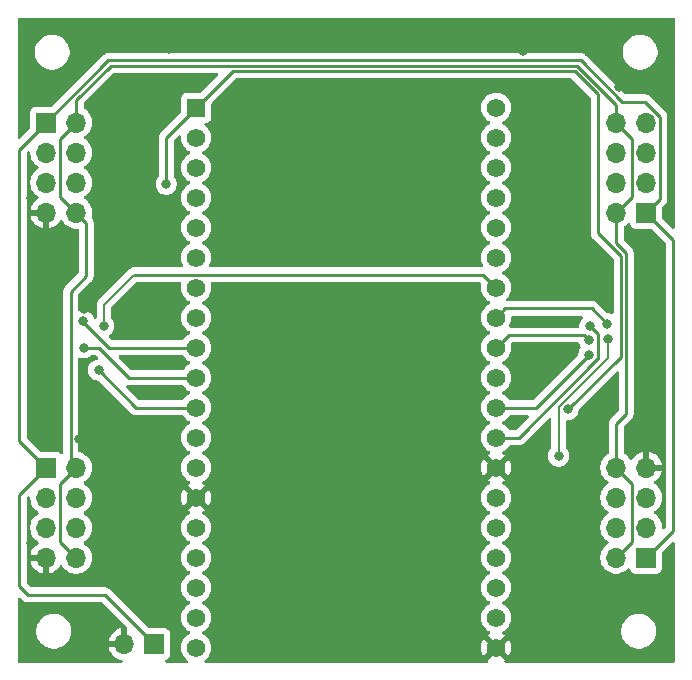
<source format=gbr>
%TF.GenerationSoftware,KiCad,Pcbnew,9.0.0*%
%TF.CreationDate,2025-02-22T16:31:38-08:00*%
%TF.ProjectId,TouchDRO,546f7563-6844-4524-9f2e-6b696361645f,0.1*%
%TF.SameCoordinates,Original*%
%TF.FileFunction,Copper,L2,Bot*%
%TF.FilePolarity,Positive*%
%FSLAX46Y46*%
G04 Gerber Fmt 4.6, Leading zero omitted, Abs format (unit mm)*
G04 Created by KiCad (PCBNEW 9.0.0) date 2025-02-22 16:31:38*
%MOMM*%
%LPD*%
G01*
G04 APERTURE LIST*
%TA.AperFunction,ComponentPad*%
%ADD10R,1.700000X1.700000*%
%TD*%
%TA.AperFunction,ComponentPad*%
%ADD11O,1.700000X1.700000*%
%TD*%
%TA.AperFunction,ComponentPad*%
%ADD12R,1.560000X1.560000*%
%TD*%
%TA.AperFunction,ComponentPad*%
%ADD13C,1.560000*%
%TD*%
%TA.AperFunction,ViaPad*%
%ADD14C,0.800000*%
%TD*%
%TA.AperFunction,Conductor*%
%ADD15C,0.250000*%
%TD*%
%TA.AperFunction,Conductor*%
%ADD16C,0.200000*%
%TD*%
G04 APERTURE END LIST*
D10*
%TO.P,J4,1,Pin_1*%
%TO.N,+5V*%
X99060000Y-54610000D03*
D11*
%TO.P,J4,2,Pin_2*%
%TO.N,+2V5*%
X96520000Y-54610000D03*
%TO.P,J4,3,Pin_3*%
%TO.N,/WA+*%
X99060000Y-52070000D03*
%TO.P,J4,4,Pin_4*%
%TO.N,/WA-*%
X96520000Y-52070000D03*
%TO.P,J4,5,Pin_5*%
%TO.N,/WB+*%
X99060000Y-49530000D03*
%TO.P,J4,6,Pin_6*%
%TO.N,/WB-*%
X96520000Y-49530000D03*
%TO.P,J4,7,Pin_7*%
%TO.N,GND*%
X99060000Y-46990000D03*
%TO.P,J4,8,Pin_8*%
%TO.N,+2V5*%
X96520000Y-46990000D03*
%TD*%
D12*
%TO.P,ESP32,1,3.3V*%
%TO.N,+3V3*%
X60960000Y-45720000D03*
D13*
%TO.P,ESP32,2,EN_RST*%
%TO.N,unconnected-(ESP32-EN_RST-Pad2)*%
X60960000Y-48260000D03*
%TO.P,ESP32,3,GPI36*%
%TO.N,unconnected-(ESP32-GPI36-Pad3)*%
X60960000Y-50800000D03*
%TO.P,ESP32,4,GPI39*%
%TO.N,unconnected-(ESP32-GPI39-Pad4)*%
X60960000Y-53340000D03*
%TO.P,ESP32,5,GPI34*%
%TO.N,unconnected-(ESP32-GPI34-Pad5)*%
X60960000Y-55880000D03*
%TO.P,ESP32,6,GPI35*%
%TO.N,unconnected-(ESP32-GPI35-Pad6)*%
X60960000Y-58420000D03*
%TO.P,ESP32,7,GPIO32*%
%TO.N,unconnected-(ESP32-GPIO32-Pad7)*%
X60960000Y-60960000D03*
%TO.P,ESP32,8,GPIO33*%
%TO.N,unconnected-(ESP32-GPIO33-Pad8)*%
X60960000Y-63500000D03*
%TO.P,ESP32,9,GPIO25*%
%TO.N,/XA*%
X60960000Y-66040000D03*
%TO.P,ESP32,10,GPIO26*%
%TO.N,/XB*%
X60960000Y-68580000D03*
%TO.P,ESP32,11,GPIO27*%
%TO.N,/YA*%
X60960000Y-71120000D03*
%TO.P,ESP32,12,GPIO14*%
%TO.N,unconnected-(ESP32-GPIO14-Pad12)*%
X60960000Y-73660000D03*
%TO.P,ESP32,13,GPIO12*%
%TO.N,Net-(D1-A)*%
X60960000Y-76200000D03*
%TO.P,ESP32,14,GND*%
%TO.N,GND*%
X60960000Y-78740000D03*
%TO.P,ESP32,15,GPIO13*%
%TO.N,unconnected-(ESP32-GPIO13-Pad15)*%
X60960000Y-81280000D03*
%TO.P,ESP32,16,GPIO9*%
%TO.N,unconnected-(ESP32-GPIO9-Pad16)*%
X60960000Y-83820000D03*
%TO.P,ESP32,17,GPIO10*%
%TO.N,unconnected-(ESP32-GPIO10-Pad17)*%
X60960000Y-86360000D03*
%TO.P,ESP32,18,GPIO11*%
%TO.N,unconnected-(ESP32-GPIO11-Pad18)*%
X60960000Y-88900000D03*
%TO.P,ESP32,19,5V*%
%TO.N,+5V*%
X60960000Y-91440000D03*
%TO.P,ESP32,20,GPIO6*%
%TO.N,unconnected-(ESP32-GPIO6-Pad20)*%
X86360000Y-45720000D03*
%TO.P,ESP32,21,GPIO7*%
%TO.N,unconnected-(ESP32-GPIO7-Pad21)*%
X86360000Y-48260000D03*
%TO.P,ESP32,22,GPIO8*%
%TO.N,unconnected-(ESP32-GPIO8-Pad22)*%
X86360000Y-50800000D03*
%TO.P,ESP32,23,GPIO15*%
%TO.N,unconnected-(ESP32-GPIO15-Pad23)*%
X86360000Y-53340000D03*
%TO.P,ESP32,24,GPIO2*%
%TO.N,Net-(D2-A)*%
X86360000Y-55880000D03*
%TO.P,ESP32,25,GPIO0*%
%TO.N,unconnected-(ESP32-GPIO0-Pad25)*%
X86360000Y-58420000D03*
%TO.P,ESP32,26,GPIO4*%
%TO.N,/YB*%
X86360000Y-60960000D03*
%TO.P,ESP32,27,GPIO16*%
%TO.N,/ZB*%
X86360000Y-63500000D03*
%TO.P,ESP32,28,GPIO17*%
%TO.N,/ZA*%
X86360000Y-66040000D03*
%TO.P,ESP32,29,GPIO5*%
%TO.N,unconnected-(ESP32-GPIO5-Pad29)*%
X86360000Y-68580000D03*
%TO.P,ESP32,30,GPIO18*%
%TO.N,/WB*%
X86360000Y-71120000D03*
%TO.P,ESP32,31,GPIO19*%
%TO.N,/WA*%
X86360000Y-73660000D03*
%TO.P,ESP32,32,GND*%
%TO.N,GND*%
X86360000Y-76200000D03*
%TO.P,ESP32,33,GPIO21*%
%TO.N,unconnected-(ESP32-GPIO21-Pad33)*%
X86360000Y-78740000D03*
%TO.P,ESP32,34,GPIO3*%
%TO.N,unconnected-(ESP32-GPIO3-Pad34)*%
X86360000Y-81280000D03*
%TO.P,ESP32,35,GPIO1*%
%TO.N,unconnected-(ESP32-GPIO1-Pad35)*%
X86360000Y-83820000D03*
%TO.P,ESP32,36,GPIO22*%
%TO.N,unconnected-(ESP32-GPIO22-Pad36)*%
X86360000Y-86360000D03*
%TO.P,ESP32,37,GPIO23*%
%TO.N,unconnected-(ESP32-GPIO23-Pad37)*%
X86360000Y-88900000D03*
%TO.P,ESP32,38,GND*%
%TO.N,GND*%
X86360000Y-91440000D03*
%TD*%
D10*
%TO.P,J1,1,Pin_1*%
%TO.N,+5V*%
X48260000Y-46990000D03*
D11*
%TO.P,J1,2,Pin_2*%
%TO.N,+2V5*%
X50800000Y-46990000D03*
%TO.P,J1,3,Pin_3*%
%TO.N,/XA+*%
X48260000Y-49530000D03*
%TO.P,J1,4,Pin_4*%
%TO.N,/XA-*%
X50800000Y-49530000D03*
%TO.P,J1,5,Pin_5*%
%TO.N,/XB+*%
X48260000Y-52070000D03*
%TO.P,J1,6,Pin_6*%
%TO.N,/XB-*%
X50800000Y-52070000D03*
%TO.P,J1,7,Pin_7*%
%TO.N,GND*%
X48260000Y-54610000D03*
%TO.P,J1,8,Pin_8*%
%TO.N,+2V5*%
X50800000Y-54610000D03*
%TD*%
D10*
%TO.P,J2,1,Pin_1*%
%TO.N,+5V*%
X48255000Y-76210000D03*
D11*
%TO.P,J2,2,Pin_2*%
%TO.N,+2V5*%
X50795000Y-76210000D03*
%TO.P,J2,3,Pin_3*%
%TO.N,/YA+*%
X48255000Y-78750000D03*
%TO.P,J2,4,Pin_4*%
%TO.N,/YA-*%
X50795000Y-78750000D03*
%TO.P,J2,5,Pin_5*%
%TO.N,/YB+*%
X48255000Y-81290000D03*
%TO.P,J2,6,Pin_6*%
%TO.N,/YB-*%
X50795000Y-81290000D03*
%TO.P,J2,7,Pin_7*%
%TO.N,GND*%
X48255000Y-83830000D03*
%TO.P,J2,8,Pin_8*%
%TO.N,+2V5*%
X50795000Y-83830000D03*
%TD*%
D10*
%TO.P,J5,1,Pin_1*%
%TO.N,+5V*%
X57409000Y-91135200D03*
D11*
%TO.P,J5,2,Pin_2*%
%TO.N,GND*%
X54869000Y-91135200D03*
%TD*%
D10*
%TO.P,J3,1,Pin_1*%
%TO.N,+5V*%
X99060000Y-83820000D03*
D11*
%TO.P,J3,2,Pin_2*%
%TO.N,+2V5*%
X96520000Y-83820000D03*
%TO.P,J3,3,Pin_3*%
%TO.N,/ZA+*%
X99060000Y-81280000D03*
%TO.P,J3,4,Pin_4*%
%TO.N,/ZA-*%
X96520000Y-81280000D03*
%TO.P,J3,5,Pin_5*%
%TO.N,/ZB+*%
X99060000Y-78740000D03*
%TO.P,J3,6,Pin_6*%
%TO.N,/ZB-*%
X96520000Y-78740000D03*
%TO.P,J3,7,Pin_7*%
%TO.N,GND*%
X99060000Y-76200000D03*
%TO.P,J3,8,Pin_8*%
%TO.N,+2V5*%
X96520000Y-76200000D03*
%TD*%
D14*
%TO.N,GND*%
X92329000Y-56007000D03*
X99060000Y-57277000D03*
X88519000Y-69850000D03*
X55245000Y-57912000D03*
X84328000Y-45720000D03*
X94742000Y-73279000D03*
X47117000Y-85725000D03*
X98933000Y-71247000D03*
X100584000Y-86360000D03*
X58674000Y-40767000D03*
X53467000Y-83820000D03*
X62992000Y-45720000D03*
X46863000Y-44577000D03*
X88519000Y-91948000D03*
X100584000Y-44577000D03*
X50444400Y-59232800D03*
X91694000Y-52197000D03*
X51562000Y-68707000D03*
X51054000Y-73787000D03*
X48260000Y-73787000D03*
X92329000Y-43942000D03*
X56007000Y-55499000D03*
X58420000Y-61341000D03*
X88519000Y-55753000D03*
X49530000Y-85725000D03*
X62484000Y-80010000D03*
X84455000Y-91948000D03*
X46990000Y-53340000D03*
X58674000Y-38989000D03*
X62865000Y-91948000D03*
X88646000Y-38989000D03*
X58547000Y-86868000D03*
X84328000Y-58420000D03*
X58420000Y-69850000D03*
X88519000Y-75057000D03*
X98552000Y-73787000D03*
X47117000Y-56769000D03*
X88519000Y-63881000D03*
X62992000Y-61341000D03*
X58420000Y-67310000D03*
X51435000Y-62738000D03*
X88519000Y-66167000D03*
X54610000Y-72390000D03*
X58420000Y-72517000D03*
X62484000Y-77597000D03*
X46990000Y-82550000D03*
X88646000Y-40894000D03*
X54610000Y-76200000D03*
X96774000Y-43942000D03*
X62992000Y-58420000D03*
X88646000Y-43942000D03*
X52451000Y-92075000D03*
X57277000Y-55499000D03*
X84836000Y-77343000D03*
X58420000Y-64770000D03*
X88519000Y-79375000D03*
X58420000Y-76708000D03*
X88519000Y-51689000D03*
X47879000Y-57531000D03*
X84455000Y-89916000D03*
X58420000Y-58674000D03*
X48768000Y-44577000D03*
X93599000Y-85217000D03*
X87884000Y-72390000D03*
X93599000Y-82296000D03*
X84328000Y-61214000D03*
X84836000Y-74676000D03*
X52070000Y-85725000D03*
X88493600Y-61315600D03*
X58547000Y-80518000D03*
X100203000Y-73787000D03*
%TO.N,+3V3*%
X92456000Y-71272400D03*
X58420000Y-52197000D03*
%TO.N,/XA*%
X51409600Y-63804800D03*
%TO.N,/XB*%
X51435000Y-66040000D03*
%TO.N,/YA*%
X52705000Y-67945000D03*
%TO.N,/YB*%
X53136800Y-64211200D03*
%TO.N,/ZB*%
X95758000Y-64008000D03*
%TO.N,/ZA*%
X94238059Y-65406933D03*
%TO.N,/WA*%
X94299382Y-64220863D03*
%TO.N,/WB*%
X94198981Y-66634057D03*
%TO.N,/ZWEN*%
X95834200Y-65303400D03*
X91643200Y-75234800D03*
%TD*%
D15*
%TO.N,+3V3*%
X96933000Y-66795400D02*
X96933000Y-58274200D01*
X94996000Y-56337200D02*
X94996000Y-44588000D01*
X58420000Y-48260000D02*
X60960000Y-45720000D01*
X96933000Y-58274200D02*
X94996000Y-56337200D01*
X58420000Y-48260000D02*
X58420000Y-52197000D01*
X64066000Y-42614000D02*
X60960000Y-45720000D01*
X92456000Y-71272400D02*
X96933000Y-66795400D01*
X93022000Y-42614000D02*
X94996000Y-44588000D01*
X93022000Y-42614000D02*
X64066000Y-42614000D01*
%TO.N,+5V*%
X53231800Y-86958000D02*
X46697000Y-86958000D01*
X45972000Y-49278000D02*
X45972000Y-73927000D01*
X100235000Y-46503299D02*
X100235000Y-53435000D01*
X53536000Y-41714000D02*
X93520695Y-41714000D01*
X98943701Y-45212000D02*
X100235000Y-46503299D01*
X45972000Y-73927000D02*
X48255000Y-76210000D01*
X101348000Y-56898000D02*
X99060000Y-54610000D01*
X99060000Y-83820000D02*
X101348000Y-81532000D01*
X45972000Y-86233000D02*
X45972000Y-78493000D01*
X101348000Y-81532000D02*
X101348000Y-56898000D01*
X48260000Y-46990000D02*
X45972000Y-49278000D01*
X57409000Y-91135200D02*
X53231800Y-86958000D01*
X93520695Y-41714000D02*
X97018695Y-45212000D01*
X48260000Y-46990000D02*
X53536000Y-41714000D01*
X46697000Y-86958000D02*
X45972000Y-86233000D01*
X100235000Y-53435000D02*
X99060000Y-54610000D01*
X97018695Y-45212000D02*
X98943701Y-45212000D01*
X45972000Y-78493000D02*
X48255000Y-76210000D01*
%TO.N,+2V5*%
X50800000Y-45086396D02*
X50800000Y-46990000D01*
X50329000Y-75744000D02*
X50795000Y-76210000D01*
X97885000Y-82455000D02*
X96520000Y-83820000D01*
X97885000Y-53245000D02*
X96520000Y-54610000D01*
X97383000Y-71619295D02*
X96520000Y-72482295D01*
X50800000Y-54610000D02*
X51650000Y-55460000D01*
X49435000Y-53245000D02*
X49435000Y-48355000D01*
X96520000Y-76200000D02*
X97885000Y-77565000D01*
X97885000Y-77565000D02*
X97885000Y-82455000D01*
X97885000Y-48355000D02*
X97885000Y-53245000D01*
X49435000Y-48355000D02*
X50800000Y-46990000D01*
X96520000Y-72482295D02*
X96520000Y-76200000D01*
X51650000Y-59983000D02*
X50329000Y-61304000D01*
X97383000Y-58013000D02*
X97383000Y-71619295D01*
X96520000Y-54610000D02*
X96520000Y-57150000D01*
X96520000Y-46990000D02*
X97885000Y-48355000D01*
X50329000Y-61304000D02*
X50329000Y-75744000D01*
X53722396Y-42164000D02*
X50800000Y-45086396D01*
X96520000Y-45466000D02*
X93218000Y-42164000D01*
X51650000Y-55460000D02*
X51650000Y-59983000D01*
X50795000Y-76210000D02*
X49430000Y-77575000D01*
X96520000Y-57150000D02*
X97383000Y-58013000D01*
X96520000Y-46990000D02*
X96520000Y-45466000D01*
X49430000Y-77575000D02*
X49430000Y-82465000D01*
X49430000Y-82465000D02*
X50795000Y-83830000D01*
X93218000Y-42164000D02*
X53722396Y-42164000D01*
X50800000Y-54610000D02*
X49435000Y-53245000D01*
%TO.N,/XA*%
X51409600Y-63864905D02*
X51409600Y-63804800D01*
X53584695Y-66040000D02*
X60960000Y-66040000D01*
X53584695Y-66040000D02*
X51409600Y-63864905D01*
%TO.N,/XB*%
X55245000Y-68580000D02*
X60960000Y-68580000D01*
X52705000Y-66040000D02*
X55245000Y-68580000D01*
X51435000Y-66040000D02*
X52705000Y-66040000D01*
%TO.N,/YA*%
X52705000Y-67945000D02*
X55880000Y-71120000D01*
X55880000Y-71120000D02*
X60960000Y-71120000D01*
%TO.N,/YB*%
X85255000Y-59855000D02*
X55715000Y-59855000D01*
D16*
X53136800Y-62433200D02*
X55715000Y-59855000D01*
D15*
X86360000Y-60960000D02*
X85255000Y-59855000D01*
D16*
X53136800Y-64211200D02*
X53136800Y-62433200D01*
D15*
%TO.N,/ZB*%
X95758000Y-64008000D02*
X94470000Y-62720000D01*
X94470000Y-62720000D02*
X87140000Y-62720000D01*
X87140000Y-62720000D02*
X86360000Y-63500000D01*
%TO.N,/ZA*%
X87426800Y-64973200D02*
X86360000Y-66040000D01*
X93804326Y-64973200D02*
X87426800Y-64973200D01*
X94238059Y-65406933D02*
X93804326Y-64973200D01*
%TO.N,/WA*%
X94963059Y-66987341D02*
X94963059Y-64884540D01*
X94923981Y-67026419D02*
X88290400Y-73660000D01*
X94923981Y-67026419D02*
X94963059Y-66987341D01*
X94963059Y-64884540D02*
X94299382Y-64220863D01*
X88290400Y-73660000D02*
X86360000Y-73660000D01*
%TO.N,/WB*%
X94198981Y-66634057D02*
X89713038Y-71120000D01*
X89713038Y-71120000D02*
X86360000Y-71120000D01*
D16*
%TO.N,/ZWEN*%
X95834200Y-65303400D02*
X95834200Y-66904250D01*
X95834200Y-66904250D02*
X91643200Y-71095250D01*
X91643200Y-71095250D02*
X91643200Y-75234800D01*
%TD*%
%TA.AperFunction,Conductor*%
%TO.N,GND*%
G36*
X46052703Y-87198739D02*
G01*
X46059181Y-87204771D01*
X46208016Y-87353606D01*
X46208045Y-87353637D01*
X46298264Y-87443856D01*
X46298267Y-87443858D01*
X46375190Y-87495256D01*
X46400715Y-87512312D01*
X46467397Y-87539932D01*
X46471185Y-87541501D01*
X46471193Y-87541505D01*
X46508427Y-87556927D01*
X46514548Y-87559463D01*
X46574971Y-87571481D01*
X46635393Y-87583500D01*
X46635394Y-87583500D01*
X52921348Y-87583500D01*
X52988387Y-87603185D01*
X53009029Y-87619819D01*
X55082681Y-89693471D01*
X55116166Y-89754794D01*
X55119000Y-89781152D01*
X55119000Y-90702188D01*
X55061993Y-90669275D01*
X54934826Y-90635200D01*
X54803174Y-90635200D01*
X54676007Y-90669275D01*
X54619000Y-90702188D01*
X54619000Y-89807968D01*
X54618999Y-89807968D01*
X54552875Y-89818441D01*
X54350784Y-89884103D01*
X54161442Y-89980579D01*
X53989540Y-90105472D01*
X53989535Y-90105476D01*
X53839276Y-90255735D01*
X53839272Y-90255740D01*
X53714379Y-90427642D01*
X53617904Y-90616982D01*
X53552242Y-90819070D01*
X53552242Y-90819073D01*
X53541769Y-90885200D01*
X54435988Y-90885200D01*
X54403075Y-90942207D01*
X54369000Y-91069374D01*
X54369000Y-91201026D01*
X54403075Y-91328193D01*
X54435988Y-91385200D01*
X53541769Y-91385200D01*
X53552242Y-91451326D01*
X53552242Y-91451329D01*
X53617904Y-91653417D01*
X53714379Y-91842757D01*
X53839272Y-92014659D01*
X53839276Y-92014664D01*
X53989535Y-92164923D01*
X53989540Y-92164927D01*
X54161442Y-92289820D01*
X54350782Y-92386295D01*
X54552870Y-92451957D01*
X54625917Y-92463527D01*
X54689052Y-92493456D01*
X54725983Y-92552768D01*
X54724985Y-92622630D01*
X54686375Y-92680863D01*
X54622412Y-92708977D01*
X54606519Y-92710000D01*
X45971500Y-92710000D01*
X45904461Y-92690315D01*
X45858706Y-92637511D01*
X45847500Y-92586000D01*
X45847500Y-89926718D01*
X47417500Y-89926718D01*
X47417500Y-90159282D01*
X47435690Y-90274132D01*
X47453881Y-90388983D01*
X47453881Y-90388986D01*
X47525745Y-90610160D01*
X47606612Y-90768870D01*
X47631328Y-90817379D01*
X47768026Y-91005527D01*
X47932473Y-91169974D01*
X48120621Y-91306672D01*
X48247935Y-91371541D01*
X48327839Y-91412254D01*
X48549014Y-91484118D01*
X48549015Y-91484118D01*
X48549018Y-91484119D01*
X48778718Y-91520500D01*
X48778719Y-91520500D01*
X49011281Y-91520500D01*
X49011282Y-91520500D01*
X49240982Y-91484119D01*
X49240985Y-91484118D01*
X49240986Y-91484118D01*
X49462160Y-91412254D01*
X49462160Y-91412253D01*
X49462163Y-91412253D01*
X49669379Y-91306672D01*
X49857527Y-91169974D01*
X50021974Y-91005527D01*
X50158672Y-90817379D01*
X50264253Y-90610163D01*
X50336119Y-90388982D01*
X50372500Y-90159282D01*
X50372500Y-89926718D01*
X50336119Y-89697018D01*
X50336118Y-89697014D01*
X50336118Y-89697013D01*
X50264254Y-89475839D01*
X50158671Y-89268620D01*
X50021974Y-89080473D01*
X49857527Y-88916026D01*
X49669379Y-88779328D01*
X49462160Y-88673745D01*
X49240985Y-88601881D01*
X49068707Y-88574595D01*
X49011282Y-88565500D01*
X48778718Y-88565500D01*
X48702151Y-88577627D01*
X48549016Y-88601881D01*
X48549013Y-88601881D01*
X48327839Y-88673745D01*
X48120620Y-88779328D01*
X48093239Y-88799222D01*
X47932473Y-88916026D01*
X47932471Y-88916028D01*
X47932470Y-88916028D01*
X47768028Y-89080470D01*
X47768028Y-89080471D01*
X47768026Y-89080473D01*
X47709319Y-89161275D01*
X47631328Y-89268620D01*
X47525745Y-89475839D01*
X47453881Y-89697013D01*
X47453881Y-89697016D01*
X47438978Y-89791109D01*
X47417500Y-89926718D01*
X45847500Y-89926718D01*
X45847500Y-87292452D01*
X45867185Y-87225413D01*
X45919989Y-87179658D01*
X45989147Y-87169714D01*
X46052703Y-87198739D01*
G37*
%TD.AperFunction*%
%TA.AperFunction,Conductor*%
G36*
X52423988Y-66674144D02*
G01*
X52453975Y-66680668D01*
X52458990Y-66684422D01*
X52461587Y-66685185D01*
X52482229Y-66701819D01*
X52626260Y-66845850D01*
X52659745Y-66907173D01*
X52654761Y-66976865D01*
X52612889Y-67032798D01*
X52562771Y-67055148D01*
X52442340Y-67079104D01*
X52442332Y-67079106D01*
X52278459Y-67146983D01*
X52278446Y-67146990D01*
X52130965Y-67245535D01*
X52130961Y-67245538D01*
X52005538Y-67370961D01*
X52005535Y-67370965D01*
X51906990Y-67518446D01*
X51906983Y-67518459D01*
X51839106Y-67682332D01*
X51839103Y-67682341D01*
X51804500Y-67856304D01*
X51804500Y-68033695D01*
X51839103Y-68207658D01*
X51839106Y-68207667D01*
X51906983Y-68371540D01*
X51906990Y-68371553D01*
X52005535Y-68519034D01*
X52005538Y-68519038D01*
X52130961Y-68644461D01*
X52130965Y-68644464D01*
X52278446Y-68743009D01*
X52278459Y-68743016D01*
X52401363Y-68793923D01*
X52442334Y-68810894D01*
X52442336Y-68810894D01*
X52442341Y-68810896D01*
X52616304Y-68845499D01*
X52616307Y-68845500D01*
X52616309Y-68845500D01*
X52669548Y-68845500D01*
X52736587Y-68865185D01*
X52757229Y-68881819D01*
X55394139Y-71518729D01*
X55394142Y-71518733D01*
X55481267Y-71605858D01*
X55532490Y-71640084D01*
X55583714Y-71674312D01*
X55583715Y-71674312D01*
X55583716Y-71674313D01*
X55657390Y-71704829D01*
X55657394Y-71704830D01*
X55664207Y-71707652D01*
X55697548Y-71721463D01*
X55757971Y-71733481D01*
X55818393Y-71745500D01*
X55818394Y-71745500D01*
X59768485Y-71745500D01*
X59835524Y-71765185D01*
X59868803Y-71796614D01*
X59983289Y-71954190D01*
X60125810Y-72096711D01*
X60288871Y-72215182D01*
X60356885Y-72249836D01*
X60415131Y-72279515D01*
X60465927Y-72327490D01*
X60482722Y-72395311D01*
X60460184Y-72461446D01*
X60415131Y-72500485D01*
X60288870Y-72564818D01*
X60195838Y-72632410D01*
X60125810Y-72683289D01*
X60125808Y-72683291D01*
X60125807Y-72683291D01*
X59983291Y-72825807D01*
X59983291Y-72825808D01*
X59983289Y-72825810D01*
X59932410Y-72895838D01*
X59864818Y-72988870D01*
X59773312Y-73168460D01*
X59711030Y-73360147D01*
X59679500Y-73559216D01*
X59679500Y-73760783D01*
X59711030Y-73959852D01*
X59773312Y-74151539D01*
X59822284Y-74247652D01*
X59864818Y-74331129D01*
X59983289Y-74494190D01*
X60125810Y-74636711D01*
X60288871Y-74755182D01*
X60356885Y-74789836D01*
X60415131Y-74819515D01*
X60465927Y-74867490D01*
X60482722Y-74935311D01*
X60460184Y-75001446D01*
X60415131Y-75040485D01*
X60288870Y-75104818D01*
X60232043Y-75146106D01*
X60125810Y-75223289D01*
X60125808Y-75223291D01*
X60125807Y-75223291D01*
X59983291Y-75365807D01*
X59983291Y-75365808D01*
X59983289Y-75365810D01*
X59947760Y-75414712D01*
X59864818Y-75528870D01*
X59773312Y-75708460D01*
X59711030Y-75900147D01*
X59679500Y-76099216D01*
X59679500Y-76300783D01*
X59711030Y-76499852D01*
X59773312Y-76691539D01*
X59787005Y-76718412D01*
X59864818Y-76871129D01*
X59983289Y-77034190D01*
X60125810Y-77176711D01*
X60288871Y-77295182D01*
X60415682Y-77359795D01*
X60466478Y-77407769D01*
X60483273Y-77475590D01*
X60460736Y-77541725D01*
X60415683Y-77580764D01*
X60289140Y-77645242D01*
X60289133Y-77645246D01*
X60248396Y-77674842D01*
X60248396Y-77674843D01*
X60814260Y-78240707D01*
X60759288Y-78255437D01*
X60640713Y-78323896D01*
X60543896Y-78420713D01*
X60475437Y-78539288D01*
X60460707Y-78594260D01*
X59894843Y-78028396D01*
X59894842Y-78028396D01*
X59865246Y-78069133D01*
X59865245Y-78069135D01*
X59773776Y-78248650D01*
X59773775Y-78248653D01*
X59711518Y-78440264D01*
X59680000Y-78639262D01*
X59680000Y-78840737D01*
X59711518Y-79039735D01*
X59773775Y-79231346D01*
X59773776Y-79231349D01*
X59865248Y-79410869D01*
X59894842Y-79451602D01*
X59894843Y-79451603D01*
X60460707Y-78885738D01*
X60475437Y-78940712D01*
X60543896Y-79059287D01*
X60640713Y-79156104D01*
X60759288Y-79224563D01*
X60814259Y-79239292D01*
X60248395Y-79805155D01*
X60289133Y-79834753D01*
X60415682Y-79899234D01*
X60466478Y-79947209D01*
X60483273Y-80015030D01*
X60460735Y-80081165D01*
X60415682Y-80120204D01*
X60288870Y-80184818D01*
X60199307Y-80249890D01*
X60125810Y-80303289D01*
X60125808Y-80303291D01*
X60125807Y-80303291D01*
X59983291Y-80445807D01*
X59983291Y-80445808D01*
X59983289Y-80445810D01*
X59932410Y-80515838D01*
X59864818Y-80608870D01*
X59773312Y-80788460D01*
X59711030Y-80980147D01*
X59679500Y-81179216D01*
X59679500Y-81380783D01*
X59711030Y-81579852D01*
X59773312Y-81771539D01*
X59773314Y-81771542D01*
X59864818Y-81951129D01*
X59983289Y-82114190D01*
X60125810Y-82256711D01*
X60288871Y-82375182D01*
X60356885Y-82409836D01*
X60415131Y-82439515D01*
X60465927Y-82487490D01*
X60482722Y-82555311D01*
X60460184Y-82621446D01*
X60415131Y-82660485D01*
X60288870Y-82724818D01*
X60238677Y-82761286D01*
X60125810Y-82843289D01*
X60125808Y-82843291D01*
X60125807Y-82843291D01*
X59983291Y-82985807D01*
X59983291Y-82985808D01*
X59983289Y-82985810D01*
X59932410Y-83055838D01*
X59864818Y-83148870D01*
X59773312Y-83328460D01*
X59711030Y-83520147D01*
X59679500Y-83719216D01*
X59679500Y-83920783D01*
X59711030Y-84119852D01*
X59773312Y-84311539D01*
X59792100Y-84348412D01*
X59864818Y-84491129D01*
X59983289Y-84654190D01*
X60125810Y-84796711D01*
X60288871Y-84915182D01*
X60356885Y-84949836D01*
X60415131Y-84979515D01*
X60465927Y-85027490D01*
X60482722Y-85095311D01*
X60460184Y-85161446D01*
X60415131Y-85200485D01*
X60288870Y-85264818D01*
X60195838Y-85332410D01*
X60125810Y-85383289D01*
X60125808Y-85383291D01*
X60125807Y-85383291D01*
X59983291Y-85525807D01*
X59983291Y-85525808D01*
X59983289Y-85525810D01*
X59932410Y-85595838D01*
X59864818Y-85688870D01*
X59773312Y-85868460D01*
X59711030Y-86060147D01*
X59679500Y-86259216D01*
X59679500Y-86460783D01*
X59711030Y-86659852D01*
X59773312Y-86851539D01*
X59773314Y-86851542D01*
X59864818Y-87031129D01*
X59983289Y-87194190D01*
X60125810Y-87336711D01*
X60288871Y-87455182D01*
X60356885Y-87489836D01*
X60415131Y-87519515D01*
X60465927Y-87567490D01*
X60482722Y-87635311D01*
X60460184Y-87701446D01*
X60415131Y-87740485D01*
X60288870Y-87804818D01*
X60195838Y-87872410D01*
X60125810Y-87923289D01*
X60125808Y-87923291D01*
X60125807Y-87923291D01*
X59983291Y-88065807D01*
X59983291Y-88065808D01*
X59983289Y-88065810D01*
X59932410Y-88135838D01*
X59864818Y-88228870D01*
X59773312Y-88408460D01*
X59711030Y-88600147D01*
X59679500Y-88799216D01*
X59679500Y-89000783D01*
X59711030Y-89199852D01*
X59773312Y-89391539D01*
X59773314Y-89391542D01*
X59864818Y-89571129D01*
X59983289Y-89734190D01*
X60125810Y-89876711D01*
X60288871Y-89995182D01*
X60356885Y-90029836D01*
X60415131Y-90059515D01*
X60465927Y-90107490D01*
X60482722Y-90175311D01*
X60460184Y-90241446D01*
X60415131Y-90280485D01*
X60288870Y-90344818D01*
X60228083Y-90388983D01*
X60125810Y-90463289D01*
X60125808Y-90463291D01*
X60125807Y-90463291D01*
X59983291Y-90605807D01*
X59983291Y-90605808D01*
X59983289Y-90605810D01*
X59961936Y-90635200D01*
X59864818Y-90768870D01*
X59773312Y-90948460D01*
X59711030Y-91140147D01*
X59679500Y-91339216D01*
X59679500Y-91540783D01*
X59711030Y-91739852D01*
X59773312Y-91931539D01*
X59834309Y-92051252D01*
X59864818Y-92111129D01*
X59983289Y-92274190D01*
X60125810Y-92416711D01*
X60220741Y-92485683D01*
X60263406Y-92541012D01*
X60269385Y-92610625D01*
X60236779Y-92672420D01*
X60175940Y-92706778D01*
X60147855Y-92710000D01*
X58435215Y-92710000D01*
X58368176Y-92690315D01*
X58322421Y-92637511D01*
X58312477Y-92568353D01*
X58341502Y-92504797D01*
X58391882Y-92469818D01*
X58501328Y-92428997D01*
X58501327Y-92428997D01*
X58501331Y-92428996D01*
X58616546Y-92342746D01*
X58702796Y-92227531D01*
X58753091Y-92092683D01*
X58759500Y-92033073D01*
X58759499Y-90237328D01*
X58753091Y-90177717D01*
X58748336Y-90164969D01*
X58702797Y-90042871D01*
X58702793Y-90042864D01*
X58616547Y-89927655D01*
X58616544Y-89927652D01*
X58501335Y-89841406D01*
X58501328Y-89841402D01*
X58366482Y-89791108D01*
X58366483Y-89791108D01*
X58306883Y-89784701D01*
X58306881Y-89784700D01*
X58306873Y-89784700D01*
X58306865Y-89784700D01*
X56994452Y-89784700D01*
X56927413Y-89765015D01*
X56906771Y-89748381D01*
X53724950Y-86566560D01*
X53717660Y-86559270D01*
X53717658Y-86559267D01*
X53630533Y-86472142D01*
X53579309Y-86437915D01*
X53528086Y-86403688D01*
X53528083Y-86403686D01*
X53528080Y-86403685D01*
X53454403Y-86373168D01*
X53454401Y-86373167D01*
X53447592Y-86370347D01*
X53414252Y-86356537D01*
X53353829Y-86344518D01*
X53349106Y-86343578D01*
X53349104Y-86343578D01*
X53293410Y-86332500D01*
X53293407Y-86332500D01*
X53293406Y-86332500D01*
X47007452Y-86332500D01*
X46940413Y-86312815D01*
X46919771Y-86296181D01*
X46633819Y-86010229D01*
X46600334Y-85948906D01*
X46597500Y-85922548D01*
X46597500Y-78803451D01*
X46617185Y-78736412D01*
X46633815Y-78715774D01*
X46692820Y-78656769D01*
X46754142Y-78623285D01*
X46823834Y-78628269D01*
X46879767Y-78670141D01*
X46904184Y-78735605D01*
X46904500Y-78744451D01*
X46904500Y-78856286D01*
X46936169Y-79056239D01*
X46937754Y-79066243D01*
X47000194Y-79258414D01*
X47003444Y-79268414D01*
X47099951Y-79457820D01*
X47224890Y-79629786D01*
X47375213Y-79780109D01*
X47547182Y-79905050D01*
X47555946Y-79909516D01*
X47606742Y-79957491D01*
X47623536Y-80025312D01*
X47600998Y-80091447D01*
X47555946Y-80130484D01*
X47547182Y-80134949D01*
X47375213Y-80259890D01*
X47224890Y-80410213D01*
X47099951Y-80582179D01*
X47003444Y-80771585D01*
X46937753Y-80973760D01*
X46904500Y-81183713D01*
X46904500Y-81396286D01*
X46936169Y-81596239D01*
X46937754Y-81606243D01*
X47000194Y-81798414D01*
X47003444Y-81808414D01*
X47099951Y-81997820D01*
X47224890Y-82169786D01*
X47375213Y-82320109D01*
X47547179Y-82445048D01*
X47547181Y-82445049D01*
X47547184Y-82445051D01*
X47556493Y-82449794D01*
X47607290Y-82497766D01*
X47624087Y-82565587D01*
X47601552Y-82631722D01*
X47556502Y-82670762D01*
X47547443Y-82675378D01*
X47375540Y-82800272D01*
X47375535Y-82800276D01*
X47225276Y-82950535D01*
X47225272Y-82950540D01*
X47100379Y-83122442D01*
X47003904Y-83311782D01*
X46938242Y-83513870D01*
X46938242Y-83513873D01*
X46927769Y-83580000D01*
X47821988Y-83580000D01*
X47789075Y-83637007D01*
X47755000Y-83764174D01*
X47755000Y-83895826D01*
X47789075Y-84022993D01*
X47821988Y-84080000D01*
X46927769Y-84080000D01*
X46938242Y-84146126D01*
X46938242Y-84146129D01*
X47003904Y-84348217D01*
X47100379Y-84537557D01*
X47225272Y-84709459D01*
X47225276Y-84709464D01*
X47375535Y-84859723D01*
X47375540Y-84859727D01*
X47547442Y-84984620D01*
X47736782Y-85081095D01*
X47938871Y-85146757D01*
X48005000Y-85157231D01*
X48005000Y-84263012D01*
X48062007Y-84295925D01*
X48189174Y-84330000D01*
X48320826Y-84330000D01*
X48447993Y-84295925D01*
X48505000Y-84263012D01*
X48505000Y-85157230D01*
X48571126Y-85146757D01*
X48571129Y-85146757D01*
X48773217Y-85081095D01*
X48962557Y-84984620D01*
X49134459Y-84859727D01*
X49134464Y-84859723D01*
X49284723Y-84709464D01*
X49284727Y-84709459D01*
X49409620Y-84537558D01*
X49414232Y-84528507D01*
X49462205Y-84477709D01*
X49530025Y-84460912D01*
X49596161Y-84483447D01*
X49635204Y-84528504D01*
X49639949Y-84537817D01*
X49764890Y-84709786D01*
X49915213Y-84860109D01*
X50087179Y-84985048D01*
X50087181Y-84985049D01*
X50087184Y-84985051D01*
X50276588Y-85081557D01*
X50478757Y-85147246D01*
X50688713Y-85180500D01*
X50688714Y-85180500D01*
X50901286Y-85180500D01*
X50901287Y-85180500D01*
X51111243Y-85147246D01*
X51313412Y-85081557D01*
X51502816Y-84985051D01*
X51524789Y-84969086D01*
X51674786Y-84860109D01*
X51674788Y-84860106D01*
X51674792Y-84860104D01*
X51825104Y-84709792D01*
X51825106Y-84709788D01*
X51825109Y-84709786D01*
X51950048Y-84537820D01*
X51950050Y-84537817D01*
X51950051Y-84537816D01*
X52046557Y-84348412D01*
X52112246Y-84146243D01*
X52145500Y-83936287D01*
X52145500Y-83723713D01*
X52112246Y-83513757D01*
X52046557Y-83311588D01*
X51950051Y-83122184D01*
X51950049Y-83122181D01*
X51950048Y-83122179D01*
X51825109Y-82950213D01*
X51674786Y-82799890D01*
X51502820Y-82674951D01*
X51502115Y-82674591D01*
X51494054Y-82670485D01*
X51443259Y-82622512D01*
X51426463Y-82554692D01*
X51448999Y-82488556D01*
X51494054Y-82449515D01*
X51502816Y-82445051D01*
X51524789Y-82429086D01*
X51674786Y-82320109D01*
X51674788Y-82320106D01*
X51674792Y-82320104D01*
X51825104Y-82169792D01*
X51825106Y-82169788D01*
X51825109Y-82169786D01*
X51950048Y-81997820D01*
X51950047Y-81997820D01*
X51950051Y-81997816D01*
X52046557Y-81808412D01*
X52112246Y-81606243D01*
X52145500Y-81396287D01*
X52145500Y-81183713D01*
X52112246Y-80973757D01*
X52046557Y-80771588D01*
X51950051Y-80582184D01*
X51950049Y-80582181D01*
X51950048Y-80582179D01*
X51825109Y-80410213D01*
X51674786Y-80259890D01*
X51502820Y-80134951D01*
X51502115Y-80134591D01*
X51494054Y-80130485D01*
X51443259Y-80082512D01*
X51426463Y-80014692D01*
X51448999Y-79948556D01*
X51494054Y-79909515D01*
X51502816Y-79905051D01*
X51534501Y-79882031D01*
X51674786Y-79780109D01*
X51674788Y-79780106D01*
X51674792Y-79780104D01*
X51825104Y-79629792D01*
X51825106Y-79629788D01*
X51825109Y-79629786D01*
X51950048Y-79457820D01*
X51950047Y-79457820D01*
X51950051Y-79457816D01*
X52046557Y-79268412D01*
X52112246Y-79066243D01*
X52145500Y-78856287D01*
X52145500Y-78643713D01*
X52112246Y-78433757D01*
X52046557Y-78231588D01*
X51950051Y-78042184D01*
X51950049Y-78042181D01*
X51950048Y-78042179D01*
X51825109Y-77870213D01*
X51674786Y-77719890D01*
X51502820Y-77594951D01*
X51502115Y-77594591D01*
X51494054Y-77590485D01*
X51443259Y-77542512D01*
X51426463Y-77474692D01*
X51448999Y-77408556D01*
X51494054Y-77369515D01*
X51502816Y-77365051D01*
X51598982Y-77295183D01*
X51674786Y-77240109D01*
X51674788Y-77240106D01*
X51674792Y-77240104D01*
X51825104Y-77089792D01*
X51825106Y-77089788D01*
X51825109Y-77089786D01*
X51950048Y-76917820D01*
X51950047Y-76917820D01*
X51950051Y-76917816D01*
X52046557Y-76728412D01*
X52112246Y-76526243D01*
X52145500Y-76316287D01*
X52145500Y-76103713D01*
X52112246Y-75893757D01*
X52046557Y-75691588D01*
X51950051Y-75502184D01*
X51950049Y-75502181D01*
X51950048Y-75502179D01*
X51825109Y-75330213D01*
X51674786Y-75179890D01*
X51502820Y-75054951D01*
X51313414Y-74958444D01*
X51313413Y-74958443D01*
X51313412Y-74958443D01*
X51111243Y-74892754D01*
X51111241Y-74892753D01*
X51059101Y-74884495D01*
X50995967Y-74854565D01*
X50959036Y-74795253D01*
X50954500Y-74762022D01*
X50954500Y-67001243D01*
X50974185Y-66934204D01*
X51026989Y-66888449D01*
X51096147Y-66878505D01*
X51125950Y-66886681D01*
X51172334Y-66905894D01*
X51172336Y-66905894D01*
X51172341Y-66905896D01*
X51346304Y-66940499D01*
X51346307Y-66940500D01*
X51346309Y-66940500D01*
X51523693Y-66940500D01*
X51523694Y-66940499D01*
X51581682Y-66928964D01*
X51697658Y-66905896D01*
X51697661Y-66905894D01*
X51697666Y-66905894D01*
X51861547Y-66838013D01*
X52009035Y-66739464D01*
X52046679Y-66701820D01*
X52108001Y-66668334D01*
X52134361Y-66665500D01*
X52394548Y-66665500D01*
X52423988Y-66674144D01*
G37*
%TD.AperFunction*%
%TA.AperFunction,Conductor*%
G36*
X85011587Y-60500185D02*
G01*
X85032229Y-60516819D01*
X85075177Y-60559767D01*
X85108662Y-60621090D01*
X85109969Y-60666846D01*
X85079500Y-60859216D01*
X85079500Y-61060783D01*
X85111030Y-61259852D01*
X85173312Y-61451539D01*
X85222162Y-61547412D01*
X85264818Y-61631129D01*
X85383289Y-61794190D01*
X85525810Y-61936711D01*
X85688871Y-62055182D01*
X85727403Y-62074815D01*
X85815131Y-62119515D01*
X85865927Y-62167490D01*
X85882722Y-62235311D01*
X85860184Y-62301446D01*
X85815131Y-62340485D01*
X85688870Y-62404818D01*
X85595838Y-62472410D01*
X85525810Y-62523289D01*
X85525808Y-62523291D01*
X85525807Y-62523291D01*
X85383291Y-62665807D01*
X85383291Y-62665808D01*
X85383289Y-62665810D01*
X85334257Y-62733297D01*
X85264818Y-62828870D01*
X85173312Y-63008460D01*
X85111030Y-63200147D01*
X85079500Y-63399216D01*
X85079500Y-63600783D01*
X85111030Y-63799852D01*
X85173312Y-63991539D01*
X85173314Y-63991542D01*
X85264818Y-64171129D01*
X85383289Y-64334190D01*
X85525810Y-64476711D01*
X85688871Y-64595182D01*
X85703848Y-64602813D01*
X85815131Y-64659515D01*
X85865927Y-64707490D01*
X85882722Y-64775311D01*
X85860184Y-64841446D01*
X85815131Y-64880485D01*
X85688870Y-64944818D01*
X85641669Y-64979112D01*
X85525810Y-65063289D01*
X85525808Y-65063291D01*
X85525807Y-65063291D01*
X85383291Y-65205807D01*
X85383291Y-65205808D01*
X85383289Y-65205810D01*
X85357005Y-65241987D01*
X85264818Y-65368870D01*
X85173312Y-65548460D01*
X85111030Y-65740147D01*
X85079500Y-65939216D01*
X85079500Y-66140783D01*
X85111030Y-66339852D01*
X85173312Y-66531539D01*
X85233654Y-66649966D01*
X85264818Y-66711129D01*
X85383289Y-66874190D01*
X85525810Y-67016711D01*
X85688871Y-67135182D01*
X85712032Y-67146983D01*
X85815131Y-67199515D01*
X85865927Y-67247490D01*
X85882722Y-67315311D01*
X85860184Y-67381446D01*
X85815131Y-67420485D01*
X85688870Y-67484818D01*
X85642586Y-67518446D01*
X85525810Y-67603289D01*
X85525808Y-67603291D01*
X85525807Y-67603291D01*
X85383291Y-67745807D01*
X85383291Y-67745808D01*
X85383289Y-67745810D01*
X85332410Y-67815838D01*
X85264818Y-67908870D01*
X85173312Y-68088460D01*
X85111030Y-68280147D01*
X85079500Y-68479216D01*
X85079500Y-68680783D01*
X85111030Y-68879852D01*
X85173312Y-69071539D01*
X85173314Y-69071542D01*
X85264818Y-69251129D01*
X85383289Y-69414190D01*
X85525810Y-69556711D01*
X85688871Y-69675182D01*
X85756885Y-69709836D01*
X85815131Y-69739515D01*
X85865927Y-69787490D01*
X85882722Y-69855311D01*
X85860184Y-69921446D01*
X85815131Y-69960485D01*
X85688870Y-70024818D01*
X85595838Y-70092410D01*
X85525810Y-70143289D01*
X85525808Y-70143291D01*
X85525807Y-70143291D01*
X85383291Y-70285807D01*
X85383291Y-70285808D01*
X85383289Y-70285810D01*
X85332410Y-70355838D01*
X85264818Y-70448870D01*
X85173312Y-70628460D01*
X85111030Y-70820147D01*
X85079500Y-71019216D01*
X85079500Y-71220783D01*
X85111030Y-71419852D01*
X85173312Y-71611539D01*
X85208656Y-71680905D01*
X85264818Y-71791129D01*
X85383289Y-71954190D01*
X85525810Y-72096711D01*
X85688871Y-72215182D01*
X85756885Y-72249836D01*
X85815131Y-72279515D01*
X85865927Y-72327490D01*
X85882722Y-72395311D01*
X85860184Y-72461446D01*
X85815131Y-72500485D01*
X85688870Y-72564818D01*
X85595838Y-72632410D01*
X85525810Y-72683289D01*
X85525808Y-72683291D01*
X85525807Y-72683291D01*
X85383291Y-72825807D01*
X85383291Y-72825808D01*
X85383289Y-72825810D01*
X85332410Y-72895838D01*
X85264818Y-72988870D01*
X85173312Y-73168460D01*
X85111030Y-73360147D01*
X85079500Y-73559216D01*
X85079500Y-73760783D01*
X85111030Y-73959852D01*
X85173312Y-74151539D01*
X85222284Y-74247652D01*
X85264818Y-74331129D01*
X85383289Y-74494190D01*
X85525810Y-74636711D01*
X85688871Y-74755182D01*
X85815682Y-74819795D01*
X85866478Y-74867769D01*
X85883273Y-74935590D01*
X85860736Y-75001725D01*
X85815683Y-75040764D01*
X85689140Y-75105242D01*
X85689133Y-75105246D01*
X85648396Y-75134842D01*
X85648396Y-75134843D01*
X86214260Y-75700707D01*
X86159288Y-75715437D01*
X86040713Y-75783896D01*
X85943896Y-75880713D01*
X85875437Y-75999288D01*
X85860707Y-76054260D01*
X85294843Y-75488396D01*
X85294842Y-75488396D01*
X85265246Y-75529133D01*
X85265245Y-75529135D01*
X85173776Y-75708650D01*
X85173775Y-75708653D01*
X85111518Y-75900264D01*
X85080000Y-76099262D01*
X85080000Y-76300737D01*
X85111518Y-76499735D01*
X85173775Y-76691346D01*
X85173776Y-76691349D01*
X85265248Y-76870869D01*
X85294842Y-76911602D01*
X85294843Y-76911603D01*
X85860707Y-76345738D01*
X85875437Y-76400712D01*
X85943896Y-76519287D01*
X86040713Y-76616104D01*
X86159288Y-76684563D01*
X86214259Y-76699292D01*
X85648395Y-77265155D01*
X85689133Y-77294753D01*
X85815682Y-77359234D01*
X85866478Y-77407209D01*
X85883273Y-77475030D01*
X85860735Y-77541165D01*
X85815682Y-77580204D01*
X85688870Y-77644818D01*
X85647545Y-77674843D01*
X85525810Y-77763289D01*
X85525808Y-77763291D01*
X85525807Y-77763291D01*
X85383291Y-77905807D01*
X85383291Y-77905808D01*
X85383289Y-77905810D01*
X85332410Y-77975838D01*
X85264818Y-78068870D01*
X85173312Y-78248460D01*
X85111030Y-78440147D01*
X85079500Y-78639216D01*
X85079500Y-78840783D01*
X85111030Y-79039852D01*
X85173312Y-79231539D01*
X85173314Y-79231542D01*
X85264818Y-79411129D01*
X85383289Y-79574190D01*
X85525810Y-79716711D01*
X85688871Y-79835182D01*
X85756885Y-79869836D01*
X85815131Y-79899515D01*
X85865927Y-79947490D01*
X85882722Y-80015311D01*
X85860184Y-80081446D01*
X85815131Y-80120485D01*
X85688870Y-80184818D01*
X85599307Y-80249890D01*
X85525810Y-80303289D01*
X85525808Y-80303291D01*
X85525807Y-80303291D01*
X85383291Y-80445807D01*
X85383291Y-80445808D01*
X85383289Y-80445810D01*
X85332410Y-80515838D01*
X85264818Y-80608870D01*
X85173312Y-80788460D01*
X85111030Y-80980147D01*
X85079500Y-81179216D01*
X85079500Y-81380783D01*
X85111030Y-81579852D01*
X85173312Y-81771539D01*
X85173314Y-81771542D01*
X85264818Y-81951129D01*
X85383289Y-82114190D01*
X85525810Y-82256711D01*
X85688871Y-82375182D01*
X85756885Y-82409836D01*
X85815131Y-82439515D01*
X85865927Y-82487490D01*
X85882722Y-82555311D01*
X85860184Y-82621446D01*
X85815131Y-82660485D01*
X85688870Y-82724818D01*
X85638677Y-82761286D01*
X85525810Y-82843289D01*
X85525808Y-82843291D01*
X85525807Y-82843291D01*
X85383291Y-82985807D01*
X85383291Y-82985808D01*
X85383289Y-82985810D01*
X85332410Y-83055838D01*
X85264818Y-83148870D01*
X85173312Y-83328460D01*
X85111030Y-83520147D01*
X85079500Y-83719216D01*
X85079500Y-83920783D01*
X85111030Y-84119852D01*
X85173312Y-84311539D01*
X85192100Y-84348412D01*
X85264818Y-84491129D01*
X85383289Y-84654190D01*
X85525810Y-84796711D01*
X85688871Y-84915182D01*
X85756885Y-84949836D01*
X85815131Y-84979515D01*
X85865927Y-85027490D01*
X85882722Y-85095311D01*
X85860184Y-85161446D01*
X85815131Y-85200485D01*
X85688870Y-85264818D01*
X85595838Y-85332410D01*
X85525810Y-85383289D01*
X85525808Y-85383291D01*
X85525807Y-85383291D01*
X85383291Y-85525807D01*
X85383291Y-85525808D01*
X85383289Y-85525810D01*
X85332410Y-85595838D01*
X85264818Y-85688870D01*
X85173312Y-85868460D01*
X85111030Y-86060147D01*
X85079500Y-86259216D01*
X85079500Y-86460783D01*
X85111030Y-86659852D01*
X85173312Y-86851539D01*
X85173314Y-86851542D01*
X85264818Y-87031129D01*
X85383289Y-87194190D01*
X85525810Y-87336711D01*
X85688871Y-87455182D01*
X85756885Y-87489836D01*
X85815131Y-87519515D01*
X85865927Y-87567490D01*
X85882722Y-87635311D01*
X85860184Y-87701446D01*
X85815131Y-87740485D01*
X85688870Y-87804818D01*
X85595838Y-87872410D01*
X85525810Y-87923289D01*
X85525808Y-87923291D01*
X85525807Y-87923291D01*
X85383291Y-88065807D01*
X85383291Y-88065808D01*
X85383289Y-88065810D01*
X85332410Y-88135838D01*
X85264818Y-88228870D01*
X85173312Y-88408460D01*
X85111030Y-88600147D01*
X85079500Y-88799216D01*
X85079500Y-89000783D01*
X85111030Y-89199852D01*
X85173312Y-89391539D01*
X85173314Y-89391542D01*
X85264818Y-89571129D01*
X85383289Y-89734190D01*
X85525810Y-89876711D01*
X85688871Y-89995182D01*
X85815682Y-90059795D01*
X85866478Y-90107769D01*
X85883273Y-90175590D01*
X85860736Y-90241725D01*
X85815683Y-90280764D01*
X85689140Y-90345242D01*
X85689133Y-90345246D01*
X85648396Y-90374842D01*
X85648396Y-90374843D01*
X86214260Y-90940707D01*
X86159288Y-90955437D01*
X86040713Y-91023896D01*
X85943896Y-91120713D01*
X85875437Y-91239288D01*
X85860707Y-91294260D01*
X85294843Y-90728396D01*
X85294842Y-90728396D01*
X85265246Y-90769133D01*
X85265245Y-90769135D01*
X85173776Y-90948650D01*
X85173775Y-90948653D01*
X85111518Y-91140264D01*
X85080000Y-91339262D01*
X85080000Y-91540737D01*
X85111518Y-91739735D01*
X85173775Y-91931346D01*
X85173776Y-91931349D01*
X85265248Y-92110869D01*
X85294842Y-92151602D01*
X85294843Y-92151603D01*
X85860707Y-91585738D01*
X85875437Y-91640712D01*
X85943896Y-91759287D01*
X86040713Y-91856104D01*
X86159288Y-91924563D01*
X86214259Y-91939292D01*
X85648395Y-92505155D01*
X85649735Y-92522178D01*
X85664258Y-92541012D01*
X85670237Y-92610626D01*
X85637631Y-92672421D01*
X85576792Y-92706778D01*
X85548707Y-92710000D01*
X61772145Y-92710000D01*
X61705106Y-92690315D01*
X61659351Y-92637511D01*
X61649407Y-92568353D01*
X61678432Y-92504797D01*
X61699256Y-92485684D01*
X61794190Y-92416711D01*
X61936711Y-92274190D01*
X62055182Y-92111129D01*
X62146686Y-91931542D01*
X62208970Y-91739851D01*
X62230942Y-91601125D01*
X62240500Y-91540783D01*
X62240500Y-91339216D01*
X62218612Y-91201026D01*
X62208970Y-91140149D01*
X62167072Y-91011200D01*
X62146687Y-90948460D01*
X62080761Y-90819073D01*
X62055182Y-90768871D01*
X61936711Y-90605810D01*
X61794190Y-90463289D01*
X61631129Y-90344818D01*
X61504867Y-90280484D01*
X61454072Y-90232510D01*
X61437277Y-90164690D01*
X61459814Y-90098555D01*
X61504868Y-90059515D01*
X61631129Y-89995182D01*
X61794190Y-89876711D01*
X61936711Y-89734190D01*
X62055182Y-89571129D01*
X62146686Y-89391542D01*
X62208970Y-89199851D01*
X62227878Y-89080470D01*
X62240500Y-89000783D01*
X62240500Y-88799216D01*
X62209244Y-88601881D01*
X62208970Y-88600149D01*
X62146686Y-88408458D01*
X62055182Y-88228871D01*
X61936711Y-88065810D01*
X61794190Y-87923289D01*
X61631129Y-87804818D01*
X61504867Y-87740484D01*
X61454072Y-87692510D01*
X61437277Y-87624690D01*
X61459814Y-87558555D01*
X61504868Y-87519515D01*
X61519005Y-87512312D01*
X61631129Y-87455182D01*
X61794190Y-87336711D01*
X61936711Y-87194190D01*
X62055182Y-87031129D01*
X62146686Y-86851542D01*
X62208970Y-86659851D01*
X62225214Y-86557289D01*
X62240500Y-86460783D01*
X62240500Y-86259216D01*
X62222156Y-86143408D01*
X62208970Y-86060149D01*
X62146686Y-85868458D01*
X62055182Y-85688871D01*
X61936711Y-85525810D01*
X61794190Y-85383289D01*
X61631129Y-85264818D01*
X61504867Y-85200484D01*
X61454072Y-85152510D01*
X61437277Y-85084690D01*
X61459814Y-85018555D01*
X61504868Y-84979515D01*
X61513635Y-84975048D01*
X61631129Y-84915182D01*
X61794190Y-84796711D01*
X61936711Y-84654190D01*
X62055182Y-84491129D01*
X62146686Y-84311542D01*
X62208970Y-84119851D01*
X62225214Y-84017289D01*
X62240500Y-83920783D01*
X62240500Y-83719216D01*
X62209420Y-83522993D01*
X62208970Y-83520149D01*
X62146686Y-83328458D01*
X62055182Y-83148871D01*
X61936711Y-82985810D01*
X61794190Y-82843289D01*
X61631129Y-82724818D01*
X61504867Y-82660484D01*
X61454072Y-82612510D01*
X61437277Y-82544690D01*
X61459814Y-82478555D01*
X61504868Y-82439515D01*
X61513631Y-82435050D01*
X61631129Y-82375182D01*
X61794190Y-82256711D01*
X61936711Y-82114190D01*
X62055182Y-81951129D01*
X62146686Y-81771542D01*
X62208970Y-81579851D01*
X62226307Y-81470387D01*
X62240500Y-81380783D01*
X62240500Y-81179216D01*
X62222156Y-81063408D01*
X62208970Y-80980149D01*
X62146686Y-80788458D01*
X62055182Y-80608871D01*
X61936711Y-80445810D01*
X61794190Y-80303289D01*
X61631129Y-80184818D01*
X61558807Y-80147968D01*
X61504317Y-80120204D01*
X61453521Y-80072229D01*
X61436726Y-80004408D01*
X61459263Y-79938273D01*
X61504317Y-79899234D01*
X61630866Y-79834753D01*
X61671602Y-79805156D01*
X61671602Y-79805155D01*
X61105739Y-79239292D01*
X61160712Y-79224563D01*
X61279287Y-79156104D01*
X61376104Y-79059287D01*
X61444563Y-78940712D01*
X61459292Y-78885739D01*
X62025155Y-79451602D01*
X62025156Y-79451602D01*
X62054753Y-79410866D01*
X62146223Y-79231349D01*
X62146224Y-79231346D01*
X62208481Y-79039735D01*
X62240000Y-78840737D01*
X62240000Y-78639262D01*
X62208481Y-78440264D01*
X62146224Y-78248653D01*
X62146223Y-78248650D01*
X62054753Y-78069133D01*
X62025155Y-78028396D01*
X62025155Y-78028395D01*
X61459292Y-78594259D01*
X61444563Y-78539288D01*
X61376104Y-78420713D01*
X61279287Y-78323896D01*
X61160712Y-78255437D01*
X61105738Y-78240707D01*
X61671603Y-77674843D01*
X61671602Y-77674842D01*
X61630867Y-77645246D01*
X61504316Y-77580764D01*
X61453521Y-77532790D01*
X61436726Y-77464969D01*
X61459264Y-77398834D01*
X61504317Y-77359795D01*
X61631129Y-77295182D01*
X61794190Y-77176711D01*
X61936711Y-77034190D01*
X62055182Y-76871129D01*
X62146686Y-76691542D01*
X62208970Y-76499851D01*
X62228347Y-76377511D01*
X62240500Y-76300783D01*
X62240500Y-76099216D01*
X62222156Y-75983408D01*
X62208970Y-75900149D01*
X62158264Y-75744090D01*
X62146687Y-75708460D01*
X62132995Y-75681588D01*
X62055182Y-75528871D01*
X61936711Y-75365810D01*
X61794190Y-75223289D01*
X61631129Y-75104818D01*
X61504867Y-75040484D01*
X61454072Y-74992510D01*
X61437277Y-74924690D01*
X61459814Y-74858555D01*
X61504868Y-74819515D01*
X61526971Y-74808253D01*
X61631129Y-74755182D01*
X61794190Y-74636711D01*
X61936711Y-74494190D01*
X62055182Y-74331129D01*
X62146686Y-74151542D01*
X62208970Y-73959851D01*
X62225214Y-73857289D01*
X62240500Y-73760783D01*
X62240500Y-73559216D01*
X62222156Y-73443408D01*
X62208970Y-73360149D01*
X62146686Y-73168458D01*
X62055182Y-72988871D01*
X61936711Y-72825810D01*
X61794190Y-72683289D01*
X61631129Y-72564818D01*
X61504867Y-72500484D01*
X61454072Y-72452510D01*
X61437277Y-72384690D01*
X61459814Y-72318555D01*
X61504868Y-72279515D01*
X61631129Y-72215182D01*
X61794190Y-72096711D01*
X61936711Y-71954190D01*
X62055182Y-71791129D01*
X62146686Y-71611542D01*
X62208970Y-71419851D01*
X62237327Y-71240813D01*
X62240500Y-71220783D01*
X62240500Y-71019216D01*
X62222156Y-70903408D01*
X62208970Y-70820149D01*
X62146686Y-70628458D01*
X62055182Y-70448871D01*
X61936711Y-70285810D01*
X61794190Y-70143289D01*
X61631129Y-70024818D01*
X61504867Y-69960484D01*
X61454072Y-69912510D01*
X61437277Y-69844690D01*
X61459814Y-69778555D01*
X61504868Y-69739515D01*
X61631129Y-69675182D01*
X61794190Y-69556711D01*
X61936711Y-69414190D01*
X62055182Y-69251129D01*
X62146686Y-69071542D01*
X62208970Y-68879851D01*
X62225214Y-68777289D01*
X62240500Y-68680783D01*
X62240500Y-68479216D01*
X62222156Y-68363408D01*
X62208970Y-68280149D01*
X62168259Y-68154852D01*
X62146687Y-68088460D01*
X62068401Y-67934815D01*
X62055182Y-67908871D01*
X61936711Y-67745810D01*
X61794190Y-67603289D01*
X61631129Y-67484818D01*
X61504867Y-67420484D01*
X61454072Y-67372510D01*
X61437277Y-67304690D01*
X61459814Y-67238555D01*
X61504868Y-67199515D01*
X61631129Y-67135182D01*
X61794190Y-67016711D01*
X61936711Y-66874190D01*
X62055182Y-66711129D01*
X62146686Y-66531542D01*
X62208970Y-66339851D01*
X62229932Y-66207503D01*
X62240500Y-66140783D01*
X62240500Y-65939216D01*
X62222156Y-65823408D01*
X62208970Y-65740149D01*
X62169407Y-65618385D01*
X62146687Y-65548460D01*
X62068401Y-65394815D01*
X62055182Y-65368871D01*
X61936711Y-65205810D01*
X61794190Y-65063289D01*
X61631129Y-64944818D01*
X61504867Y-64880484D01*
X61454072Y-64832510D01*
X61437277Y-64764690D01*
X61459814Y-64698555D01*
X61504868Y-64659515D01*
X61513307Y-64655215D01*
X61631129Y-64595182D01*
X61794190Y-64476711D01*
X61936711Y-64334190D01*
X62055182Y-64171129D01*
X62146686Y-63991542D01*
X62208970Y-63799851D01*
X62225214Y-63697289D01*
X62240500Y-63600783D01*
X62240500Y-63399216D01*
X62210528Y-63209987D01*
X62208970Y-63200149D01*
X62146686Y-63008458D01*
X62055182Y-62828871D01*
X61936711Y-62665810D01*
X61794190Y-62523289D01*
X61631129Y-62404818D01*
X61504867Y-62340484D01*
X61454072Y-62292510D01*
X61437277Y-62224690D01*
X61459814Y-62158555D01*
X61504868Y-62119515D01*
X61631129Y-62055182D01*
X61794190Y-61936711D01*
X61936711Y-61794190D01*
X62055182Y-61631129D01*
X62146686Y-61451542D01*
X62208970Y-61259851D01*
X62230875Y-61121548D01*
X62240500Y-61060783D01*
X62240500Y-60859216D01*
X62208970Y-60660150D01*
X62203339Y-60642819D01*
X62201344Y-60572978D01*
X62237424Y-60513145D01*
X62300125Y-60482316D01*
X62321270Y-60480500D01*
X84944548Y-60480500D01*
X85011587Y-60500185D01*
G37*
%TD.AperFunction*%
%TA.AperFunction,Conductor*%
G36*
X96676834Y-68038670D02*
G01*
X96732767Y-68080542D01*
X96757184Y-68146006D01*
X96757500Y-68154852D01*
X96757500Y-71308842D01*
X96737815Y-71375881D01*
X96721181Y-71396523D01*
X96034144Y-72083559D01*
X96034138Y-72083567D01*
X95965690Y-72186003D01*
X95965688Y-72186008D01*
X95951295Y-72220757D01*
X95918538Y-72299839D01*
X95918535Y-72299851D01*
X95894500Y-72420684D01*
X95894500Y-74927019D01*
X95874815Y-74994058D01*
X95826797Y-75037503D01*
X95812180Y-75044950D01*
X95640213Y-75169890D01*
X95489890Y-75320213D01*
X95364951Y-75492179D01*
X95268444Y-75681585D01*
X95202753Y-75883760D01*
X95169500Y-76093713D01*
X95169500Y-76306286D01*
X95200157Y-76499851D01*
X95202754Y-76516243D01*
X95266433Y-76712227D01*
X95268444Y-76718414D01*
X95364951Y-76907820D01*
X95489890Y-77079786D01*
X95640213Y-77230109D01*
X95812182Y-77355050D01*
X95820946Y-77359516D01*
X95871742Y-77407491D01*
X95888536Y-77475312D01*
X95865998Y-77541447D01*
X95820946Y-77580484D01*
X95812182Y-77584949D01*
X95640213Y-77709890D01*
X95489890Y-77860213D01*
X95364951Y-78032179D01*
X95268444Y-78221585D01*
X95202753Y-78423760D01*
X95169500Y-78633713D01*
X95169500Y-78846286D01*
X95200157Y-79039851D01*
X95202754Y-79056243D01*
X95259712Y-79231542D01*
X95268444Y-79258414D01*
X95364951Y-79447820D01*
X95489890Y-79619786D01*
X95640213Y-79770109D01*
X95812182Y-79895050D01*
X95820946Y-79899516D01*
X95871742Y-79947491D01*
X95888536Y-80015312D01*
X95865998Y-80081447D01*
X95820946Y-80120484D01*
X95812182Y-80124949D01*
X95640213Y-80249890D01*
X95489890Y-80400213D01*
X95364951Y-80572179D01*
X95268444Y-80761585D01*
X95202753Y-80963760D01*
X95169500Y-81173713D01*
X95169500Y-81386286D01*
X95200157Y-81579851D01*
X95202754Y-81596243D01*
X95259712Y-81771542D01*
X95268444Y-81798414D01*
X95364951Y-81987820D01*
X95489890Y-82159786D01*
X95640213Y-82310109D01*
X95812182Y-82435050D01*
X95820946Y-82439516D01*
X95871742Y-82487491D01*
X95888536Y-82555312D01*
X95865998Y-82621447D01*
X95820946Y-82660484D01*
X95812182Y-82664949D01*
X95640213Y-82789890D01*
X95489890Y-82940213D01*
X95364951Y-83112179D01*
X95268444Y-83301585D01*
X95202753Y-83503760D01*
X95169500Y-83713713D01*
X95169500Y-83926286D01*
X95200157Y-84119851D01*
X95202754Y-84136243D01*
X95259712Y-84311542D01*
X95268444Y-84338414D01*
X95364951Y-84527820D01*
X95489890Y-84699786D01*
X95640213Y-84850109D01*
X95812179Y-84975048D01*
X95812181Y-84975049D01*
X95812184Y-84975051D01*
X96001588Y-85071557D01*
X96203757Y-85137246D01*
X96413713Y-85170500D01*
X96413714Y-85170500D01*
X96626286Y-85170500D01*
X96626287Y-85170500D01*
X96836243Y-85137246D01*
X97038412Y-85071557D01*
X97227816Y-84975051D01*
X97386547Y-84859727D01*
X97399784Y-84850110D01*
X97399784Y-84850109D01*
X97399792Y-84850104D01*
X97513329Y-84736566D01*
X97574648Y-84703084D01*
X97644340Y-84708068D01*
X97700274Y-84749939D01*
X97717189Y-84780917D01*
X97766202Y-84912328D01*
X97766206Y-84912335D01*
X97852452Y-85027544D01*
X97852455Y-85027547D01*
X97967664Y-85113793D01*
X97967671Y-85113797D01*
X98102517Y-85164091D01*
X98102516Y-85164091D01*
X98109444Y-85164835D01*
X98162127Y-85170500D01*
X99957872Y-85170499D01*
X100017483Y-85164091D01*
X100152331Y-85113796D01*
X100267546Y-85027546D01*
X100353796Y-84912331D01*
X100404091Y-84777483D01*
X100410500Y-84717873D01*
X100410499Y-83405451D01*
X100430184Y-83338413D01*
X100446813Y-83317776D01*
X101260819Y-82503771D01*
X101322142Y-82470286D01*
X101391834Y-82475270D01*
X101447767Y-82517142D01*
X101472184Y-82582606D01*
X101472500Y-82591452D01*
X101472500Y-92586000D01*
X101452815Y-92653039D01*
X101400011Y-92698794D01*
X101348500Y-92710000D01*
X87171291Y-92710000D01*
X87104252Y-92690315D01*
X87058497Y-92637511D01*
X87048553Y-92568353D01*
X87070392Y-92520530D01*
X87071602Y-92505155D01*
X86505739Y-91939292D01*
X86560712Y-91924563D01*
X86679287Y-91856104D01*
X86776104Y-91759287D01*
X86844563Y-91640712D01*
X86859292Y-91585739D01*
X87425155Y-92151602D01*
X87425156Y-92151602D01*
X87454753Y-92110866D01*
X87546223Y-91931349D01*
X87546224Y-91931346D01*
X87608481Y-91739735D01*
X87640000Y-91540737D01*
X87640000Y-91339262D01*
X87608481Y-91140264D01*
X87546224Y-90948653D01*
X87546223Y-90948650D01*
X87454753Y-90769133D01*
X87425155Y-90728396D01*
X87425155Y-90728395D01*
X86859292Y-91294259D01*
X86844563Y-91239288D01*
X86776104Y-91120713D01*
X86679287Y-91023896D01*
X86560712Y-90955437D01*
X86505738Y-90940707D01*
X87071603Y-90374843D01*
X87071602Y-90374842D01*
X87030867Y-90345246D01*
X86904316Y-90280764D01*
X86853521Y-90232790D01*
X86836726Y-90164969D01*
X86859264Y-90098834D01*
X86904317Y-90059795D01*
X87031129Y-89995182D01*
X87125361Y-89926718D01*
X96947500Y-89926718D01*
X96947500Y-90159282D01*
X96965690Y-90274132D01*
X96983881Y-90388983D01*
X96983881Y-90388986D01*
X97055745Y-90610160D01*
X97136612Y-90768870D01*
X97161328Y-90817379D01*
X97298026Y-91005527D01*
X97462473Y-91169974D01*
X97650621Y-91306672D01*
X97777935Y-91371541D01*
X97857839Y-91412254D01*
X98079014Y-91484118D01*
X98079015Y-91484118D01*
X98079018Y-91484119D01*
X98308718Y-91520500D01*
X98308719Y-91520500D01*
X98541281Y-91520500D01*
X98541282Y-91520500D01*
X98770982Y-91484119D01*
X98770985Y-91484118D01*
X98770986Y-91484118D01*
X98992160Y-91412254D01*
X98992160Y-91412253D01*
X98992163Y-91412253D01*
X99199379Y-91306672D01*
X99387527Y-91169974D01*
X99551974Y-91005527D01*
X99688672Y-90817379D01*
X99794253Y-90610163D01*
X99866119Y-90388982D01*
X99902500Y-90159282D01*
X99902500Y-89926718D01*
X99866119Y-89697018D01*
X99866118Y-89697014D01*
X99866118Y-89697013D01*
X99794254Y-89475839D01*
X99688671Y-89268620D01*
X99551974Y-89080473D01*
X99387527Y-88916026D01*
X99199379Y-88779328D01*
X98992160Y-88673745D01*
X98770985Y-88601881D01*
X98598707Y-88574595D01*
X98541282Y-88565500D01*
X98308718Y-88565500D01*
X98232151Y-88577627D01*
X98079016Y-88601881D01*
X98079013Y-88601881D01*
X97857839Y-88673745D01*
X97650620Y-88779328D01*
X97623239Y-88799222D01*
X97462473Y-88916026D01*
X97462471Y-88916028D01*
X97462470Y-88916028D01*
X97298028Y-89080470D01*
X97298028Y-89080471D01*
X97298026Y-89080473D01*
X97239319Y-89161275D01*
X97161328Y-89268620D01*
X97055745Y-89475839D01*
X96983881Y-89697013D01*
X96983881Y-89697016D01*
X96968978Y-89791109D01*
X96947500Y-89926718D01*
X87125361Y-89926718D01*
X87194190Y-89876711D01*
X87336711Y-89734190D01*
X87455182Y-89571129D01*
X87546686Y-89391542D01*
X87608970Y-89199851D01*
X87627878Y-89080470D01*
X87640500Y-89000783D01*
X87640500Y-88799216D01*
X87609244Y-88601881D01*
X87608970Y-88600149D01*
X87546686Y-88408458D01*
X87455182Y-88228871D01*
X87336711Y-88065810D01*
X87194190Y-87923289D01*
X87031129Y-87804818D01*
X86904867Y-87740484D01*
X86854072Y-87692510D01*
X86837277Y-87624690D01*
X86859814Y-87558555D01*
X86904868Y-87519515D01*
X86919005Y-87512312D01*
X87031129Y-87455182D01*
X87194190Y-87336711D01*
X87336711Y-87194190D01*
X87455182Y-87031129D01*
X87546686Y-86851542D01*
X87608970Y-86659851D01*
X87625214Y-86557289D01*
X87640500Y-86460783D01*
X87640500Y-86259216D01*
X87622156Y-86143408D01*
X87608970Y-86060149D01*
X87546686Y-85868458D01*
X87455182Y-85688871D01*
X87336711Y-85525810D01*
X87194190Y-85383289D01*
X87031129Y-85264818D01*
X86904867Y-85200484D01*
X86854072Y-85152510D01*
X86837277Y-85084690D01*
X86859814Y-85018555D01*
X86904868Y-84979515D01*
X86913635Y-84975048D01*
X87031129Y-84915182D01*
X87194190Y-84796711D01*
X87336711Y-84654190D01*
X87455182Y-84491129D01*
X87546686Y-84311542D01*
X87608970Y-84119851D01*
X87625214Y-84017289D01*
X87640500Y-83920783D01*
X87640500Y-83719216D01*
X87609420Y-83522993D01*
X87608970Y-83520149D01*
X87546686Y-83328458D01*
X87455182Y-83148871D01*
X87336711Y-82985810D01*
X87194190Y-82843289D01*
X87031129Y-82724818D01*
X86904867Y-82660484D01*
X86854072Y-82612510D01*
X86837277Y-82544690D01*
X86859814Y-82478555D01*
X86904868Y-82439515D01*
X86913631Y-82435050D01*
X87031129Y-82375182D01*
X87194190Y-82256711D01*
X87336711Y-82114190D01*
X87455182Y-81951129D01*
X87546686Y-81771542D01*
X87608970Y-81579851D01*
X87626307Y-81470387D01*
X87640500Y-81380783D01*
X87640500Y-81179216D01*
X87622156Y-81063408D01*
X87608970Y-80980149D01*
X87546686Y-80788458D01*
X87455182Y-80608871D01*
X87336711Y-80445810D01*
X87194190Y-80303289D01*
X87031129Y-80184818D01*
X86904867Y-80120484D01*
X86854072Y-80072510D01*
X86837277Y-80004690D01*
X86859814Y-79938555D01*
X86904868Y-79899515D01*
X86904870Y-79899514D01*
X87031129Y-79835182D01*
X87194190Y-79716711D01*
X87336711Y-79574190D01*
X87455182Y-79411129D01*
X87546686Y-79231542D01*
X87608970Y-79039851D01*
X87638044Y-78856286D01*
X87640500Y-78840783D01*
X87640500Y-78639216D01*
X87608988Y-78440264D01*
X87608970Y-78440149D01*
X87566860Y-78310548D01*
X87546687Y-78248460D01*
X87532995Y-78221588D01*
X87455182Y-78068871D01*
X87336711Y-77905810D01*
X87194190Y-77763289D01*
X87031129Y-77644818D01*
X86904317Y-77580204D01*
X86853521Y-77532229D01*
X86836726Y-77464408D01*
X86859263Y-77398273D01*
X86904317Y-77359234D01*
X87030866Y-77294753D01*
X87071602Y-77265156D01*
X87071602Y-77265155D01*
X86505739Y-76699292D01*
X86560712Y-76684563D01*
X86679287Y-76616104D01*
X86776104Y-76519287D01*
X86844563Y-76400712D01*
X86859292Y-76345739D01*
X87425155Y-76911602D01*
X87425156Y-76911602D01*
X87454753Y-76870866D01*
X87546223Y-76691349D01*
X87546224Y-76691346D01*
X87608481Y-76499735D01*
X87640000Y-76300737D01*
X87640000Y-76099262D01*
X87608481Y-75900264D01*
X87546224Y-75708653D01*
X87546223Y-75708650D01*
X87454753Y-75529133D01*
X87425155Y-75488396D01*
X87425155Y-75488395D01*
X86859292Y-76054259D01*
X86844563Y-75999288D01*
X86776104Y-75880713D01*
X86679287Y-75783896D01*
X86560712Y-75715437D01*
X86505738Y-75700707D01*
X87071603Y-75134843D01*
X87071602Y-75134842D01*
X87030867Y-75105246D01*
X86904316Y-75040764D01*
X86853521Y-74992790D01*
X86836726Y-74924969D01*
X86859264Y-74858834D01*
X86904317Y-74819795D01*
X87031129Y-74755182D01*
X87194190Y-74636711D01*
X87336711Y-74494190D01*
X87451197Y-74336614D01*
X87506527Y-74293949D01*
X87551515Y-74285500D01*
X88352007Y-74285500D01*
X88412429Y-74273481D01*
X88472852Y-74261463D01*
X88506192Y-74247652D01*
X88586686Y-74214312D01*
X88637909Y-74180084D01*
X88689133Y-74145858D01*
X88776258Y-74058733D01*
X88776259Y-74058731D01*
X88783325Y-74051665D01*
X88783327Y-74051661D01*
X90831020Y-72003968D01*
X90892342Y-71970485D01*
X90962034Y-71975469D01*
X91017967Y-72017341D01*
X91042384Y-72082805D01*
X91042700Y-72091651D01*
X91042700Y-74510438D01*
X91023015Y-74577477D01*
X91006381Y-74598119D01*
X90943738Y-74660761D01*
X90943735Y-74660765D01*
X90845190Y-74808246D01*
X90845183Y-74808259D01*
X90777306Y-74972132D01*
X90777303Y-74972141D01*
X90742700Y-75146104D01*
X90742700Y-75323495D01*
X90777303Y-75497458D01*
X90777306Y-75497467D01*
X90845183Y-75661340D01*
X90845190Y-75661353D01*
X90943735Y-75808834D01*
X90943738Y-75808838D01*
X91069161Y-75934261D01*
X91069165Y-75934264D01*
X91216646Y-76032809D01*
X91216659Y-76032816D01*
X91320917Y-76076000D01*
X91380534Y-76100694D01*
X91380536Y-76100694D01*
X91380541Y-76100696D01*
X91554504Y-76135299D01*
X91554507Y-76135300D01*
X91554509Y-76135300D01*
X91731893Y-76135300D01*
X91731894Y-76135299D01*
X91789882Y-76123764D01*
X91905858Y-76100696D01*
X91905861Y-76100694D01*
X91905866Y-76100694D01*
X92069747Y-76032813D01*
X92217235Y-75934264D01*
X92342664Y-75808835D01*
X92441213Y-75661347D01*
X92509094Y-75497466D01*
X92510094Y-75492443D01*
X92543699Y-75323495D01*
X92543700Y-75323493D01*
X92543700Y-75146106D01*
X92543699Y-75146104D01*
X92509096Y-74972141D01*
X92509093Y-74972132D01*
X92500352Y-74951030D01*
X92489442Y-74924690D01*
X92441216Y-74808259D01*
X92441209Y-74808246D01*
X92342664Y-74660765D01*
X92342661Y-74660761D01*
X92280019Y-74598119D01*
X92246534Y-74536796D01*
X92243700Y-74510438D01*
X92243700Y-72296900D01*
X92263385Y-72229861D01*
X92316189Y-72184106D01*
X92367700Y-72172900D01*
X92544693Y-72172900D01*
X92544694Y-72172899D01*
X92602682Y-72161364D01*
X92718658Y-72138296D01*
X92718661Y-72138294D01*
X92718666Y-72138294D01*
X92882547Y-72070413D01*
X93030035Y-71971864D01*
X93155464Y-71846435D01*
X93254013Y-71698947D01*
X93321894Y-71535066D01*
X93326357Y-71512633D01*
X93356499Y-71361095D01*
X93356500Y-71361093D01*
X93356500Y-71307852D01*
X93376185Y-71240813D01*
X93392819Y-71220171D01*
X96545819Y-68067171D01*
X96607142Y-68033686D01*
X96676834Y-68038670D01*
G37*
%TD.AperFunction*%
%TA.AperFunction,Conductor*%
G36*
X97644341Y-55498068D02*
G01*
X97667484Y-55515393D01*
X97700274Y-55539939D01*
X97717189Y-55570917D01*
X97766202Y-55702328D01*
X97766206Y-55702335D01*
X97852452Y-55817544D01*
X97852455Y-55817547D01*
X97967664Y-55903793D01*
X97967671Y-55903797D01*
X98102517Y-55954091D01*
X98102516Y-55954091D01*
X98109444Y-55954835D01*
X98162127Y-55960500D01*
X99474546Y-55960499D01*
X99541585Y-55980184D01*
X99562227Y-55996818D01*
X100686181Y-57120771D01*
X100719666Y-57182094D01*
X100722500Y-57208452D01*
X100722500Y-81221546D01*
X100713855Y-81250986D01*
X100707332Y-81280973D01*
X100703577Y-81285988D01*
X100702815Y-81288585D01*
X100686181Y-81309227D01*
X100622181Y-81373227D01*
X100560858Y-81406712D01*
X100491166Y-81401728D01*
X100435233Y-81359856D01*
X100410816Y-81294392D01*
X100410500Y-81285546D01*
X100410500Y-81173713D01*
X100378830Y-80973760D01*
X100377246Y-80963757D01*
X100311557Y-80761588D01*
X100215051Y-80572184D01*
X100215049Y-80572181D01*
X100215048Y-80572179D01*
X100090109Y-80400213D01*
X99939786Y-80249890D01*
X99767820Y-80124951D01*
X99767115Y-80124591D01*
X99759054Y-80120485D01*
X99708259Y-80072512D01*
X99691463Y-80004692D01*
X99713999Y-79938556D01*
X99759054Y-79899515D01*
X99767816Y-79895051D01*
X99799501Y-79872031D01*
X99939786Y-79770109D01*
X99939788Y-79770106D01*
X99939792Y-79770104D01*
X100090104Y-79619792D01*
X100090106Y-79619788D01*
X100090109Y-79619786D01*
X100215048Y-79447820D01*
X100215047Y-79447820D01*
X100215051Y-79447816D01*
X100311557Y-79258412D01*
X100377246Y-79056243D01*
X100410500Y-78846287D01*
X100410500Y-78633713D01*
X100377246Y-78423757D01*
X100311557Y-78221588D01*
X100215051Y-78032184D01*
X100215049Y-78032181D01*
X100215048Y-78032179D01*
X100090109Y-77860213D01*
X99939786Y-77709890D01*
X99767817Y-77584949D01*
X99758504Y-77580204D01*
X99707707Y-77532230D01*
X99690912Y-77464409D01*
X99713449Y-77398274D01*
X99758507Y-77359232D01*
X99767558Y-77354620D01*
X99939459Y-77229727D01*
X99939464Y-77229723D01*
X100089723Y-77079464D01*
X100089727Y-77079459D01*
X100214620Y-76907557D01*
X100311095Y-76718217D01*
X100376757Y-76516129D01*
X100376757Y-76516126D01*
X100387231Y-76450000D01*
X99493012Y-76450000D01*
X99525925Y-76392993D01*
X99560000Y-76265826D01*
X99560000Y-76134174D01*
X99525925Y-76007007D01*
X99493012Y-75950000D01*
X100387231Y-75950000D01*
X100376757Y-75883873D01*
X100376757Y-75883870D01*
X100311095Y-75681782D01*
X100214620Y-75492442D01*
X100089727Y-75320540D01*
X100089723Y-75320535D01*
X99939464Y-75170276D01*
X99939459Y-75170272D01*
X99767557Y-75045379D01*
X99578215Y-74948903D01*
X99376124Y-74883241D01*
X99310000Y-74872768D01*
X99310000Y-75766988D01*
X99252993Y-75734075D01*
X99125826Y-75700000D01*
X98994174Y-75700000D01*
X98867007Y-75734075D01*
X98810000Y-75766988D01*
X98810000Y-74872768D01*
X98809999Y-74872768D01*
X98743875Y-74883241D01*
X98541784Y-74948903D01*
X98352442Y-75045379D01*
X98180540Y-75170272D01*
X98180535Y-75170276D01*
X98030276Y-75320535D01*
X98030272Y-75320540D01*
X97905378Y-75492443D01*
X97900762Y-75501502D01*
X97852784Y-75552295D01*
X97784963Y-75569087D01*
X97718829Y-75546546D01*
X97679794Y-75501493D01*
X97675051Y-75492184D01*
X97675049Y-75492181D01*
X97675048Y-75492179D01*
X97550109Y-75320213D01*
X97399786Y-75169890D01*
X97227819Y-75044950D01*
X97213203Y-75037503D01*
X97162408Y-74989527D01*
X97145500Y-74927019D01*
X97145500Y-72792746D01*
X97165185Y-72725707D01*
X97181815Y-72705069D01*
X97781729Y-72105155D01*
X97781733Y-72105153D01*
X97868858Y-72018028D01*
X97937311Y-71915581D01*
X97984463Y-71801747D01*
X98008500Y-71680901D01*
X98008500Y-57951394D01*
X97984463Y-57830548D01*
X97937311Y-57716714D01*
X97937310Y-57716713D01*
X97937307Y-57716707D01*
X97868858Y-57614267D01*
X97868855Y-57614263D01*
X97778637Y-57524045D01*
X97778606Y-57524016D01*
X97181819Y-56927229D01*
X97148334Y-56865906D01*
X97145500Y-56839548D01*
X97145500Y-55882980D01*
X97165185Y-55815941D01*
X97213208Y-55772494D01*
X97227818Y-55765050D01*
X97399784Y-55640110D01*
X97399784Y-55640109D01*
X97399792Y-55640104D01*
X97513329Y-55526566D01*
X97574648Y-55493084D01*
X97574649Y-55493084D01*
X97644341Y-55498068D01*
G37*
%TD.AperFunction*%
%TA.AperFunction,Conductor*%
G36*
X46828834Y-49408269D02*
G01*
X46884767Y-49450141D01*
X46909184Y-49515605D01*
X46909500Y-49524451D01*
X46909500Y-49636286D01*
X46939118Y-49823291D01*
X46942754Y-49846243D01*
X46981603Y-49965808D01*
X47008444Y-50048414D01*
X47104951Y-50237820D01*
X47229890Y-50409786D01*
X47380213Y-50560109D01*
X47552182Y-50685050D01*
X47560946Y-50689516D01*
X47611742Y-50737491D01*
X47628536Y-50805312D01*
X47605998Y-50871447D01*
X47560946Y-50910484D01*
X47552182Y-50914949D01*
X47380213Y-51039890D01*
X47229890Y-51190213D01*
X47104951Y-51362179D01*
X47008444Y-51551585D01*
X46942753Y-51753760D01*
X46909500Y-51963713D01*
X46909500Y-52176286D01*
X46939118Y-52363291D01*
X46942754Y-52386243D01*
X46981603Y-52505808D01*
X47008444Y-52588414D01*
X47104951Y-52777820D01*
X47229890Y-52949786D01*
X47380213Y-53100109D01*
X47552179Y-53225048D01*
X47552181Y-53225049D01*
X47552184Y-53225051D01*
X47561493Y-53229794D01*
X47612290Y-53277766D01*
X47629087Y-53345587D01*
X47606552Y-53411722D01*
X47561502Y-53450762D01*
X47552443Y-53455378D01*
X47380540Y-53580272D01*
X47380535Y-53580276D01*
X47230276Y-53730535D01*
X47230272Y-53730540D01*
X47105379Y-53902442D01*
X47008904Y-54091782D01*
X46943242Y-54293870D01*
X46943242Y-54293873D01*
X46932769Y-54360000D01*
X47826988Y-54360000D01*
X47794075Y-54417007D01*
X47760000Y-54544174D01*
X47760000Y-54675826D01*
X47794075Y-54802993D01*
X47826988Y-54860000D01*
X46932769Y-54860000D01*
X46943242Y-54926126D01*
X46943242Y-54926129D01*
X47008904Y-55128217D01*
X47105379Y-55317557D01*
X47230272Y-55489459D01*
X47230276Y-55489464D01*
X47380535Y-55639723D01*
X47380540Y-55639727D01*
X47552442Y-55764620D01*
X47741782Y-55861095D01*
X47943871Y-55926757D01*
X48010000Y-55937231D01*
X48010000Y-55043012D01*
X48067007Y-55075925D01*
X48194174Y-55110000D01*
X48325826Y-55110000D01*
X48452993Y-55075925D01*
X48510000Y-55043012D01*
X48510000Y-55937230D01*
X48576126Y-55926757D01*
X48576129Y-55926757D01*
X48778217Y-55861095D01*
X48967557Y-55764620D01*
X49139459Y-55639727D01*
X49139464Y-55639723D01*
X49289723Y-55489464D01*
X49289727Y-55489459D01*
X49414620Y-55317558D01*
X49419232Y-55308507D01*
X49467205Y-55257709D01*
X49535025Y-55240912D01*
X49601161Y-55263447D01*
X49640204Y-55308504D01*
X49644949Y-55317817D01*
X49769890Y-55489786D01*
X49920213Y-55640109D01*
X50092179Y-55765048D01*
X50092181Y-55765049D01*
X50092184Y-55765051D01*
X50281588Y-55861557D01*
X50483757Y-55927246D01*
X50693713Y-55960500D01*
X50693714Y-55960500D01*
X50900500Y-55960500D01*
X50967539Y-55980185D01*
X51013294Y-56032989D01*
X51024500Y-56084500D01*
X51024500Y-59672547D01*
X51004815Y-59739586D01*
X50988181Y-59760228D01*
X49843144Y-60905264D01*
X49843138Y-60905272D01*
X49774690Y-61007708D01*
X49774688Y-61007713D01*
X49752709Y-61060777D01*
X49752709Y-61060778D01*
X49727538Y-61121545D01*
X49727535Y-61121555D01*
X49703500Y-61242389D01*
X49703500Y-74951770D01*
X49683815Y-75018809D01*
X49631011Y-75064564D01*
X49561853Y-75074508D01*
X49498297Y-75045483D01*
X49480234Y-75026082D01*
X49462959Y-75003006D01*
X49462546Y-75002454D01*
X49462544Y-75002453D01*
X49462544Y-75002452D01*
X49347335Y-74916206D01*
X49347328Y-74916202D01*
X49212482Y-74865908D01*
X49212483Y-74865908D01*
X49152883Y-74859501D01*
X49152881Y-74859500D01*
X49152873Y-74859500D01*
X49152865Y-74859500D01*
X47840453Y-74859500D01*
X47773414Y-74839815D01*
X47752772Y-74823181D01*
X46633819Y-73704228D01*
X46600334Y-73642905D01*
X46597500Y-73616547D01*
X46597500Y-49588451D01*
X46602093Y-49572807D01*
X46601685Y-49556508D01*
X46611734Y-49539974D01*
X46617185Y-49521412D01*
X46633815Y-49500774D01*
X46697820Y-49436769D01*
X46759142Y-49403285D01*
X46828834Y-49408269D01*
G37*
%TD.AperFunction*%
%TA.AperFunction,Conductor*%
G36*
X89087987Y-71765185D02*
G01*
X89133742Y-71817989D01*
X89143686Y-71887147D01*
X89114661Y-71950703D01*
X89108629Y-71957181D01*
X88067629Y-72998181D01*
X88006306Y-73031666D01*
X87979948Y-73034500D01*
X87551515Y-73034500D01*
X87484476Y-73014815D01*
X87451197Y-72983386D01*
X87444629Y-72974346D01*
X87336711Y-72825810D01*
X87194190Y-72683289D01*
X87031129Y-72564818D01*
X86904867Y-72500484D01*
X86854072Y-72452510D01*
X86837277Y-72384690D01*
X86859814Y-72318555D01*
X86904868Y-72279515D01*
X87031129Y-72215182D01*
X87194190Y-72096711D01*
X87336711Y-71954190D01*
X87451197Y-71796614D01*
X87506527Y-71753949D01*
X87551515Y-71745500D01*
X89020948Y-71745500D01*
X89087987Y-71765185D01*
G37*
%TD.AperFunction*%
%TA.AperFunction,Conductor*%
G36*
X55168248Y-69202488D02*
G01*
X55183388Y-69205499D01*
X55183392Y-69205500D01*
X55183393Y-69205500D01*
X55183394Y-69205500D01*
X59768485Y-69205500D01*
X59835524Y-69225185D01*
X59868803Y-69256614D01*
X59983289Y-69414190D01*
X60125810Y-69556711D01*
X60288871Y-69675182D01*
X60356885Y-69709836D01*
X60415131Y-69739515D01*
X60465927Y-69787490D01*
X60482722Y-69855311D01*
X60460184Y-69921446D01*
X60415131Y-69960485D01*
X60288870Y-70024818D01*
X60195838Y-70092410D01*
X60125810Y-70143289D01*
X60125808Y-70143291D01*
X60125807Y-70143291D01*
X59983291Y-70285807D01*
X59983291Y-70285808D01*
X59983289Y-70285810D01*
X59885615Y-70420246D01*
X59868803Y-70443386D01*
X59813473Y-70486051D01*
X59768485Y-70494500D01*
X56190452Y-70494500D01*
X56123413Y-70474815D01*
X56102771Y-70458181D01*
X55056376Y-69411786D01*
X55022891Y-69350463D01*
X55027875Y-69280771D01*
X55069747Y-69224838D01*
X55135211Y-69200421D01*
X55168248Y-69202488D01*
G37*
%TD.AperFunction*%
%TA.AperFunction,Conductor*%
G36*
X93326983Y-65618385D02*
G01*
X93372738Y-65671189D01*
X93374505Y-65675248D01*
X93437930Y-65828374D01*
X93437932Y-65828378D01*
X93440046Y-65833480D01*
X93499756Y-65922842D01*
X93500088Y-65923349D01*
X93510052Y-65956269D01*
X93520313Y-65989039D01*
X93520150Y-65989632D01*
X93520329Y-65990223D01*
X93510910Y-66023313D01*
X93501829Y-66056419D01*
X93501217Y-66057371D01*
X93501202Y-66057424D01*
X93501158Y-66057462D01*
X93499435Y-66060144D01*
X93400971Y-66207503D01*
X93400964Y-66207516D01*
X93333087Y-66371389D01*
X93333084Y-66371398D01*
X93298481Y-66545361D01*
X93298481Y-66598604D01*
X93278796Y-66665643D01*
X93262162Y-66686285D01*
X89490267Y-70458181D01*
X89428944Y-70491666D01*
X89402586Y-70494500D01*
X87551515Y-70494500D01*
X87484476Y-70474815D01*
X87451197Y-70443386D01*
X87444629Y-70434346D01*
X87336711Y-70285810D01*
X87194190Y-70143289D01*
X87031129Y-70024818D01*
X86904867Y-69960484D01*
X86854072Y-69912510D01*
X86837277Y-69844690D01*
X86859814Y-69778555D01*
X86904868Y-69739515D01*
X87031129Y-69675182D01*
X87194190Y-69556711D01*
X87336711Y-69414190D01*
X87455182Y-69251129D01*
X87546686Y-69071542D01*
X87608970Y-68879851D01*
X87625214Y-68777289D01*
X87640500Y-68680783D01*
X87640500Y-68479216D01*
X87622156Y-68363408D01*
X87608970Y-68280149D01*
X87568259Y-68154852D01*
X87546687Y-68088460D01*
X87468401Y-67934815D01*
X87455182Y-67908871D01*
X87336711Y-67745810D01*
X87194190Y-67603289D01*
X87031129Y-67484818D01*
X86904867Y-67420484D01*
X86854072Y-67372510D01*
X86837277Y-67304690D01*
X86859814Y-67238555D01*
X86904868Y-67199515D01*
X87031129Y-67135182D01*
X87194190Y-67016711D01*
X87336711Y-66874190D01*
X87455182Y-66711129D01*
X87546686Y-66531542D01*
X87608970Y-66339851D01*
X87629932Y-66207503D01*
X87640500Y-66140783D01*
X87640500Y-65939217D01*
X87622943Y-65828374D01*
X87610030Y-65746844D01*
X87610732Y-65741407D01*
X87608817Y-65736268D01*
X87615162Y-65707127D01*
X87618984Y-65677553D01*
X87622825Y-65671936D01*
X87623683Y-65667998D01*
X87644835Y-65639754D01*
X87649590Y-65635000D01*
X87710920Y-65601528D01*
X87737253Y-65598700D01*
X93259944Y-65598700D01*
X93326983Y-65618385D01*
G37*
%TD.AperFunction*%
%TA.AperFunction,Conductor*%
G36*
X59835524Y-66685185D02*
G01*
X59868803Y-66716614D01*
X59983289Y-66874190D01*
X60125810Y-67016711D01*
X60288871Y-67135182D01*
X60312032Y-67146983D01*
X60415131Y-67199515D01*
X60465927Y-67247490D01*
X60482722Y-67315311D01*
X60460184Y-67381446D01*
X60415131Y-67420485D01*
X60288870Y-67484818D01*
X60242586Y-67518446D01*
X60125810Y-67603289D01*
X60125808Y-67603291D01*
X60125807Y-67603291D01*
X59983291Y-67745807D01*
X59983291Y-67745808D01*
X59983289Y-67745810D01*
X59931321Y-67817338D01*
X59868803Y-67903386D01*
X59813473Y-67946051D01*
X59768485Y-67954500D01*
X55555453Y-67954500D01*
X55488414Y-67934815D01*
X55467772Y-67918181D01*
X54970076Y-67420485D01*
X54426770Y-66877180D01*
X54393286Y-66815858D01*
X54398270Y-66746166D01*
X54440142Y-66690233D01*
X54505606Y-66665816D01*
X54514452Y-66665500D01*
X59768485Y-66665500D01*
X59835524Y-66685185D01*
G37*
%TD.AperFunction*%
%TA.AperFunction,Conductor*%
G36*
X59665769Y-60500185D02*
G01*
X59711524Y-60552989D01*
X59721468Y-60622147D01*
X59716661Y-60642819D01*
X59711029Y-60660150D01*
X59679500Y-60859216D01*
X59679500Y-61060783D01*
X59711030Y-61259852D01*
X59773312Y-61451539D01*
X59822162Y-61547412D01*
X59864818Y-61631129D01*
X59983289Y-61794190D01*
X60125810Y-61936711D01*
X60288871Y-62055182D01*
X60327403Y-62074815D01*
X60415131Y-62119515D01*
X60465927Y-62167490D01*
X60482722Y-62235311D01*
X60460184Y-62301446D01*
X60415131Y-62340485D01*
X60288870Y-62404818D01*
X60195838Y-62472410D01*
X60125810Y-62523289D01*
X60125808Y-62523291D01*
X60125807Y-62523291D01*
X59983291Y-62665807D01*
X59983291Y-62665808D01*
X59983289Y-62665810D01*
X59934257Y-62733297D01*
X59864818Y-62828870D01*
X59773312Y-63008460D01*
X59711030Y-63200147D01*
X59679500Y-63399216D01*
X59679500Y-63600783D01*
X59711030Y-63799852D01*
X59773312Y-63991539D01*
X59773314Y-63991542D01*
X59864818Y-64171129D01*
X59983289Y-64334190D01*
X60125810Y-64476711D01*
X60288871Y-64595182D01*
X60303848Y-64602813D01*
X60415131Y-64659515D01*
X60465927Y-64707490D01*
X60482722Y-64775311D01*
X60460184Y-64841446D01*
X60415131Y-64880485D01*
X60288870Y-64944818D01*
X60241669Y-64979112D01*
X60125810Y-65063289D01*
X60125808Y-65063291D01*
X60125807Y-65063291D01*
X59983291Y-65205807D01*
X59983291Y-65205808D01*
X59983289Y-65205810D01*
X59957005Y-65241987D01*
X59868803Y-65363386D01*
X59813473Y-65406051D01*
X59768485Y-65414500D01*
X53895147Y-65414500D01*
X53828108Y-65394815D01*
X53807466Y-65378181D01*
X53595345Y-65166060D01*
X53561860Y-65104737D01*
X53566844Y-65035045D01*
X53608716Y-64979112D01*
X53614135Y-64975277D01*
X53710835Y-64910664D01*
X53836261Y-64785238D01*
X53836264Y-64785235D01*
X53934813Y-64637747D01*
X54002694Y-64473866D01*
X54037300Y-64299891D01*
X54037300Y-64122509D01*
X54037300Y-64122506D01*
X54037299Y-64122504D01*
X54002696Y-63948541D01*
X54002693Y-63948532D01*
X53934816Y-63784659D01*
X53934809Y-63784646D01*
X53836264Y-63637165D01*
X53836261Y-63637161D01*
X53773619Y-63574519D01*
X53740134Y-63513196D01*
X53737300Y-63486838D01*
X53737300Y-62733297D01*
X53756985Y-62666258D01*
X53773619Y-62645616D01*
X55902416Y-60516819D01*
X55963739Y-60483334D01*
X55990097Y-60480500D01*
X59598730Y-60480500D01*
X59665769Y-60500185D01*
G37*
%TD.AperFunction*%
%TA.AperFunction,Conductor*%
G36*
X93668922Y-63365185D02*
G01*
X93714677Y-63417989D01*
X93724621Y-63487147D01*
X93695596Y-63550703D01*
X93689564Y-63557181D01*
X93599920Y-63646824D01*
X93599917Y-63646828D01*
X93501372Y-63794309D01*
X93501365Y-63794322D01*
X93433488Y-63958195D01*
X93433485Y-63958204D01*
X93398882Y-64132167D01*
X93398882Y-64223700D01*
X93379197Y-64290739D01*
X93326393Y-64336494D01*
X93274882Y-64347700D01*
X87567564Y-64347700D01*
X87500525Y-64328015D01*
X87454770Y-64275211D01*
X87444826Y-64206053D01*
X87457079Y-64167405D01*
X87546686Y-63991542D01*
X87608970Y-63799851D01*
X87625214Y-63697289D01*
X87640500Y-63600783D01*
X87640500Y-63469500D01*
X87660185Y-63402461D01*
X87712989Y-63356706D01*
X87764500Y-63345500D01*
X93601883Y-63345500D01*
X93668922Y-63365185D01*
G37*
%TD.AperFunction*%
%TA.AperFunction,Conductor*%
G36*
X62773586Y-42809185D02*
G01*
X62819341Y-42861989D01*
X62829285Y-42931147D01*
X62800260Y-42994703D01*
X62794228Y-43001181D01*
X61392227Y-44403181D01*
X61330904Y-44436666D01*
X61304546Y-44439500D01*
X60132129Y-44439500D01*
X60132123Y-44439501D01*
X60072516Y-44445908D01*
X59937671Y-44496202D01*
X59937664Y-44496206D01*
X59822455Y-44582452D01*
X59822452Y-44582455D01*
X59736206Y-44697664D01*
X59736202Y-44697671D01*
X59685908Y-44832517D01*
X59679501Y-44892116D01*
X59679500Y-44892135D01*
X59679500Y-46064546D01*
X59659815Y-46131585D01*
X59643181Y-46152227D01*
X58021269Y-47774140D01*
X57934144Y-47861264D01*
X57934138Y-47861272D01*
X57865690Y-47963708D01*
X57865689Y-47963710D01*
X57842330Y-48020103D01*
X57842331Y-48020104D01*
X57830097Y-48049638D01*
X57830095Y-48049644D01*
X57826339Y-48058714D01*
X57818537Y-48077549D01*
X57794669Y-48197546D01*
X57794500Y-48198394D01*
X57794500Y-48198631D01*
X57794500Y-51497638D01*
X57774815Y-51564677D01*
X57758181Y-51585319D01*
X57720538Y-51622961D01*
X57720535Y-51622965D01*
X57621990Y-51770446D01*
X57621983Y-51770459D01*
X57554106Y-51934332D01*
X57554103Y-51934341D01*
X57519500Y-52108304D01*
X57519500Y-52285695D01*
X57554103Y-52459658D01*
X57554106Y-52459667D01*
X57621983Y-52623540D01*
X57621990Y-52623553D01*
X57720535Y-52771034D01*
X57720538Y-52771038D01*
X57845961Y-52896461D01*
X57845965Y-52896464D01*
X57993446Y-52995009D01*
X57993459Y-52995016D01*
X58102417Y-53040147D01*
X58157334Y-53062894D01*
X58157336Y-53062894D01*
X58157341Y-53062896D01*
X58331304Y-53097499D01*
X58331307Y-53097500D01*
X58331309Y-53097500D01*
X58508693Y-53097500D01*
X58508694Y-53097499D01*
X58589651Y-53081396D01*
X58682658Y-53062896D01*
X58682661Y-53062894D01*
X58682666Y-53062894D01*
X58846547Y-52995013D01*
X58994035Y-52896464D01*
X59119464Y-52771035D01*
X59218013Y-52623547D01*
X59285894Y-52459666D01*
X59320500Y-52285691D01*
X59320500Y-52108309D01*
X59320500Y-52108306D01*
X59320499Y-52108304D01*
X59285896Y-51934341D01*
X59285893Y-51934332D01*
X59218016Y-51770459D01*
X59218009Y-51770446D01*
X59119464Y-51622965D01*
X59119461Y-51622961D01*
X59081819Y-51585319D01*
X59048334Y-51523996D01*
X59045500Y-51497638D01*
X59045500Y-48570451D01*
X59065185Y-48503412D01*
X59081815Y-48482774D01*
X59467819Y-48096769D01*
X59529142Y-48063285D01*
X59598834Y-48068269D01*
X59654767Y-48110141D01*
X59679184Y-48175605D01*
X59679500Y-48184451D01*
X59679500Y-48360783D01*
X59711030Y-48559852D01*
X59773312Y-48751539D01*
X59809305Y-48822179D01*
X59864818Y-48931129D01*
X59983289Y-49094190D01*
X60125810Y-49236711D01*
X60288871Y-49355182D01*
X60356885Y-49389836D01*
X60415131Y-49419515D01*
X60465927Y-49467490D01*
X60482722Y-49535311D01*
X60460184Y-49601446D01*
X60415131Y-49640485D01*
X60288870Y-49704818D01*
X60195838Y-49772410D01*
X60125810Y-49823289D01*
X60125808Y-49823291D01*
X60125807Y-49823291D01*
X59983291Y-49965807D01*
X59983291Y-49965808D01*
X59983289Y-49965810D01*
X59932410Y-50035838D01*
X59864818Y-50128870D01*
X59773312Y-50308460D01*
X59711030Y-50500147D01*
X59679500Y-50699216D01*
X59679500Y-50900783D01*
X59711030Y-51099852D01*
X59773312Y-51291539D01*
X59773314Y-51291542D01*
X59864818Y-51471129D01*
X59983289Y-51634190D01*
X60125810Y-51776711D01*
X60288871Y-51895182D01*
X60356885Y-51929836D01*
X60415131Y-51959515D01*
X60465927Y-52007490D01*
X60482722Y-52075311D01*
X60460184Y-52141446D01*
X60415131Y-52180485D01*
X60288870Y-52244818D01*
X60195838Y-52312410D01*
X60125810Y-52363289D01*
X60125808Y-52363291D01*
X60125807Y-52363291D01*
X59983291Y-52505807D01*
X59983291Y-52505808D01*
X59983289Y-52505810D01*
X59932410Y-52575838D01*
X59864818Y-52668870D01*
X59773312Y-52848460D01*
X59711030Y-53040147D01*
X59679500Y-53239216D01*
X59679500Y-53440783D01*
X59711030Y-53639852D01*
X59773312Y-53831539D01*
X59864818Y-54011129D01*
X59983289Y-54174190D01*
X60125810Y-54316711D01*
X60288871Y-54435182D01*
X60356885Y-54469836D01*
X60415131Y-54499515D01*
X60465927Y-54547490D01*
X60482722Y-54615311D01*
X60460184Y-54681446D01*
X60415131Y-54720485D01*
X60288870Y-54784818D01*
X60263855Y-54802993D01*
X60125810Y-54903289D01*
X60125808Y-54903291D01*
X60125807Y-54903291D01*
X59983291Y-55045807D01*
X59983291Y-55045808D01*
X59983289Y-55045810D01*
X59975739Y-55056202D01*
X59864818Y-55208870D01*
X59773312Y-55388460D01*
X59711030Y-55580147D01*
X59679500Y-55779216D01*
X59679500Y-55980783D01*
X59711030Y-56179852D01*
X59773312Y-56371539D01*
X59838393Y-56499267D01*
X59864818Y-56551129D01*
X59983289Y-56714190D01*
X60125810Y-56856711D01*
X60288871Y-56975182D01*
X60356885Y-57009836D01*
X60415131Y-57039515D01*
X60465927Y-57087490D01*
X60482722Y-57155311D01*
X60460184Y-57221446D01*
X60415131Y-57260485D01*
X60288870Y-57324818D01*
X60195838Y-57392410D01*
X60125810Y-57443289D01*
X60125808Y-57443291D01*
X60125807Y-57443291D01*
X59983291Y-57585807D01*
X59983291Y-57585808D01*
X59983289Y-57585810D01*
X59962617Y-57614263D01*
X59864818Y-57748870D01*
X59773312Y-57928460D01*
X59711030Y-58120147D01*
X59679500Y-58319216D01*
X59679500Y-58520783D01*
X59711030Y-58719852D01*
X59773312Y-58911539D01*
X59843457Y-59049205D01*
X59856353Y-59117874D01*
X59830077Y-59182615D01*
X59772970Y-59222872D01*
X59732972Y-59229500D01*
X55653389Y-59229500D01*
X55532555Y-59253535D01*
X55532545Y-59253538D01*
X55418716Y-59300687D01*
X55418707Y-59300692D01*
X55316267Y-59369141D01*
X55316263Y-59369144D01*
X55229144Y-59456263D01*
X55164730Y-59552665D01*
X55149309Y-59571454D01*
X52768086Y-61952678D01*
X52656281Y-62064482D01*
X52656279Y-62064484D01*
X52634344Y-62102477D01*
X52625073Y-62118537D01*
X52577223Y-62201415D01*
X52536299Y-62354143D01*
X52536299Y-62354145D01*
X52536299Y-62522246D01*
X52536300Y-62522259D01*
X52536300Y-63486838D01*
X52527655Y-63516277D01*
X52521131Y-63546268D01*
X52517376Y-63551282D01*
X52516615Y-63553877D01*
X52499981Y-63574519D01*
X52499979Y-63574522D01*
X52481564Y-63592936D01*
X52420240Y-63626419D01*
X52350548Y-63621433D01*
X52294616Y-63579560D01*
X52278401Y-63547523D01*
X52277825Y-63547762D01*
X52207616Y-63378259D01*
X52207609Y-63378246D01*
X52109064Y-63230765D01*
X52109061Y-63230761D01*
X51983638Y-63105338D01*
X51983634Y-63105335D01*
X51836153Y-63006790D01*
X51836140Y-63006783D01*
X51672267Y-62938906D01*
X51672258Y-62938903D01*
X51498294Y-62904300D01*
X51498291Y-62904300D01*
X51320909Y-62904300D01*
X51320906Y-62904300D01*
X51146941Y-62938903D01*
X51146932Y-62938906D01*
X51125952Y-62947597D01*
X51056483Y-62955066D01*
X50994004Y-62923790D01*
X50958352Y-62863701D01*
X50954500Y-62833036D01*
X50954500Y-61614451D01*
X50974185Y-61547412D01*
X50990814Y-61526774D01*
X52048729Y-60468860D01*
X52048733Y-60468858D01*
X52135858Y-60381733D01*
X52170084Y-60330509D01*
X52204312Y-60279286D01*
X52237652Y-60198792D01*
X52251463Y-60165452D01*
X52267110Y-60086785D01*
X52275500Y-60044607D01*
X52275500Y-59921393D01*
X52275500Y-55527741D01*
X52275501Y-55527720D01*
X52275501Y-55398391D01*
X52251464Y-55277555D01*
X52251463Y-55277549D01*
X52204312Y-55163715D01*
X52135858Y-55061267D01*
X52134139Y-55059172D01*
X52133581Y-55057859D01*
X52132474Y-55056202D01*
X52132788Y-55055991D01*
X52106827Y-54994861D01*
X52112063Y-54942193D01*
X52117246Y-54926243D01*
X52150500Y-54716287D01*
X52150500Y-54503713D01*
X52117246Y-54293757D01*
X52051557Y-54091588D01*
X51955051Y-53902184D01*
X51955049Y-53902181D01*
X51955048Y-53902179D01*
X51830109Y-53730213D01*
X51679786Y-53579890D01*
X51507820Y-53454951D01*
X51507115Y-53454591D01*
X51499054Y-53450485D01*
X51448259Y-53402512D01*
X51431463Y-53334692D01*
X51453999Y-53268556D01*
X51499054Y-53229515D01*
X51507816Y-53225051D01*
X51529789Y-53209086D01*
X51679786Y-53100109D01*
X51679788Y-53100106D01*
X51679792Y-53100104D01*
X51830104Y-52949792D01*
X51830106Y-52949788D01*
X51830109Y-52949786D01*
X51955048Y-52777820D01*
X51955047Y-52777820D01*
X51955051Y-52777816D01*
X52051557Y-52588412D01*
X52117246Y-52386243D01*
X52150500Y-52176287D01*
X52150500Y-51963713D01*
X52117246Y-51753757D01*
X52051557Y-51551588D01*
X51955051Y-51362184D01*
X51955049Y-51362181D01*
X51955048Y-51362179D01*
X51830109Y-51190213D01*
X51679786Y-51039890D01*
X51507820Y-50914951D01*
X51507115Y-50914591D01*
X51499054Y-50910485D01*
X51448259Y-50862512D01*
X51431463Y-50794692D01*
X51453999Y-50728556D01*
X51499054Y-50689515D01*
X51507816Y-50685051D01*
X51539501Y-50662031D01*
X51679786Y-50560109D01*
X51679788Y-50560106D01*
X51679792Y-50560104D01*
X51830104Y-50409792D01*
X51830106Y-50409788D01*
X51830109Y-50409786D01*
X51955048Y-50237820D01*
X51955047Y-50237820D01*
X51955051Y-50237816D01*
X52051557Y-50048412D01*
X52117246Y-49846243D01*
X52150500Y-49636287D01*
X52150500Y-49423713D01*
X52117246Y-49213757D01*
X52051557Y-49011588D01*
X51955051Y-48822184D01*
X51955049Y-48822181D01*
X51955048Y-48822179D01*
X51830109Y-48650213D01*
X51679786Y-48499890D01*
X51507820Y-48374951D01*
X51507115Y-48374591D01*
X51499054Y-48370485D01*
X51448259Y-48322512D01*
X51431463Y-48254692D01*
X51453999Y-48188556D01*
X51499054Y-48149515D01*
X51507816Y-48145051D01*
X51574270Y-48096770D01*
X51679786Y-48020109D01*
X51679792Y-48020104D01*
X51743629Y-47956267D01*
X51830104Y-47869792D01*
X51830106Y-47869788D01*
X51830109Y-47869786D01*
X51955048Y-47697820D01*
X51955047Y-47697820D01*
X51955051Y-47697816D01*
X52051557Y-47508412D01*
X52117246Y-47306243D01*
X52150500Y-47096287D01*
X52150500Y-46883713D01*
X52117246Y-46673757D01*
X52051557Y-46471588D01*
X51955051Y-46282184D01*
X51955049Y-46282181D01*
X51955048Y-46282179D01*
X51830109Y-46110213D01*
X51679786Y-45959890D01*
X51507819Y-45834950D01*
X51493203Y-45827503D01*
X51442408Y-45779527D01*
X51425500Y-45717019D01*
X51425500Y-45396848D01*
X51445185Y-45329809D01*
X51461819Y-45309167D01*
X53945167Y-42825819D01*
X54006490Y-42792334D01*
X54032848Y-42789500D01*
X62706547Y-42789500D01*
X62773586Y-42809185D01*
G37*
%TD.AperFunction*%
%TA.AperFunction,Conductor*%
G36*
X92778587Y-43259185D02*
G01*
X92799229Y-43275819D01*
X94334181Y-44810771D01*
X94367666Y-44872094D01*
X94370500Y-44898452D01*
X94370500Y-56398810D01*
X94381637Y-56454800D01*
X94382518Y-56459229D01*
X94394537Y-56519652D01*
X94406502Y-56548537D01*
X94409437Y-56555625D01*
X94409439Y-56555629D01*
X94441687Y-56633483D01*
X94441690Y-56633489D01*
X94475914Y-56684707D01*
X94475915Y-56684709D01*
X94510140Y-56735931D01*
X94510141Y-56735932D01*
X94510142Y-56735933D01*
X94597267Y-56823058D01*
X94597268Y-56823058D01*
X94604335Y-56830125D01*
X94604334Y-56830125D01*
X94604338Y-56830128D01*
X96271181Y-58496971D01*
X96304666Y-58558294D01*
X96307500Y-58584652D01*
X96307500Y-63075336D01*
X96287815Y-63142375D01*
X96235011Y-63188130D01*
X96165853Y-63198074D01*
X96136049Y-63189898D01*
X96077038Y-63165456D01*
X96020666Y-63142106D01*
X96020662Y-63142105D01*
X96020658Y-63142103D01*
X95846694Y-63107500D01*
X95846691Y-63107500D01*
X95793452Y-63107500D01*
X95726413Y-63087815D01*
X95705771Y-63071181D01*
X94963150Y-62328560D01*
X94955860Y-62321270D01*
X94955858Y-62321267D01*
X94868733Y-62234142D01*
X94817509Y-62199915D01*
X94766286Y-62165688D01*
X94766283Y-62165686D01*
X94766280Y-62165685D01*
X94692603Y-62135168D01*
X94692601Y-62135167D01*
X94685792Y-62132347D01*
X94652452Y-62118537D01*
X94592029Y-62106518D01*
X94587306Y-62105578D01*
X94587304Y-62105578D01*
X94531610Y-62094500D01*
X94531607Y-62094500D01*
X94531606Y-62094500D01*
X87335763Y-62094500D01*
X87268724Y-62074815D01*
X87222969Y-62022011D01*
X87213025Y-61952853D01*
X87242050Y-61889297D01*
X87248082Y-61882819D01*
X87336711Y-61794190D01*
X87455182Y-61631129D01*
X87546686Y-61451542D01*
X87608970Y-61259851D01*
X87630875Y-61121548D01*
X87640500Y-61060783D01*
X87640500Y-60859216D01*
X87622156Y-60743408D01*
X87608970Y-60660149D01*
X87574152Y-60552989D01*
X87546687Y-60468460D01*
X87502497Y-60381733D01*
X87455182Y-60288871D01*
X87336711Y-60125810D01*
X87194190Y-59983289D01*
X87031129Y-59864818D01*
X86904867Y-59800484D01*
X86854072Y-59752510D01*
X86837277Y-59684690D01*
X86859814Y-59618555D01*
X86904868Y-59579515D01*
X87031129Y-59515182D01*
X87194190Y-59396711D01*
X87336711Y-59254190D01*
X87455182Y-59091129D01*
X87546686Y-58911542D01*
X87608970Y-58719851D01*
X87625214Y-58617289D01*
X87640500Y-58520783D01*
X87640500Y-58319216D01*
X87622156Y-58203408D01*
X87608970Y-58120149D01*
X87577828Y-58024303D01*
X87546687Y-57928460D01*
X87455181Y-57748870D01*
X87336711Y-57585810D01*
X87194190Y-57443289D01*
X87031129Y-57324818D01*
X86904867Y-57260484D01*
X86854072Y-57212510D01*
X86837277Y-57144690D01*
X86859814Y-57078555D01*
X86904868Y-57039515D01*
X87031129Y-56975182D01*
X87194190Y-56856711D01*
X87336711Y-56714190D01*
X87455182Y-56551129D01*
X87546686Y-56371542D01*
X87608970Y-56179851D01*
X87637960Y-55996818D01*
X87640500Y-55980783D01*
X87640500Y-55779216D01*
X87618406Y-55639727D01*
X87608970Y-55580149D01*
X87577828Y-55484303D01*
X87546687Y-55388460D01*
X87546686Y-55388458D01*
X87455182Y-55208871D01*
X87336711Y-55045810D01*
X87194190Y-54903289D01*
X87031129Y-54784818D01*
X86904867Y-54720484D01*
X86854072Y-54672510D01*
X86837277Y-54604690D01*
X86859814Y-54538555D01*
X86904868Y-54499515D01*
X86935318Y-54484000D01*
X87031129Y-54435182D01*
X87194190Y-54316711D01*
X87336711Y-54174190D01*
X87455182Y-54011129D01*
X87546686Y-53831542D01*
X87608970Y-53639851D01*
X87638188Y-53455378D01*
X87640500Y-53440783D01*
X87640500Y-53239216D01*
X87615503Y-53081396D01*
X87608970Y-53040149D01*
X87546686Y-52848458D01*
X87455182Y-52668871D01*
X87336711Y-52505810D01*
X87194190Y-52363289D01*
X87031129Y-52244818D01*
X86904867Y-52180484D01*
X86854072Y-52132510D01*
X86837277Y-52064690D01*
X86859814Y-51998555D01*
X86904868Y-51959515D01*
X87031129Y-51895182D01*
X87194190Y-51776711D01*
X87336711Y-51634190D01*
X87455182Y-51471129D01*
X87546686Y-51291542D01*
X87608970Y-51099851D01*
X87634610Y-50937968D01*
X87640500Y-50900783D01*
X87640500Y-50699216D01*
X87615503Y-50541396D01*
X87608970Y-50500149D01*
X87546686Y-50308458D01*
X87455182Y-50128871D01*
X87336711Y-49965810D01*
X87194190Y-49823289D01*
X87031129Y-49704818D01*
X86904867Y-49640484D01*
X86854072Y-49592510D01*
X86837277Y-49524690D01*
X86859814Y-49458555D01*
X86904868Y-49419515D01*
X87031129Y-49355182D01*
X87194190Y-49236711D01*
X87336711Y-49094190D01*
X87455182Y-48931129D01*
X87546686Y-48751542D01*
X87608970Y-48559851D01*
X87625214Y-48457289D01*
X87640500Y-48360783D01*
X87640500Y-48159216D01*
X87615503Y-48001396D01*
X87608970Y-47960149D01*
X87548533Y-47774142D01*
X87546687Y-47768460D01*
X87455181Y-47588870D01*
X87396726Y-47508414D01*
X87336711Y-47425810D01*
X87194190Y-47283289D01*
X87031129Y-47164818D01*
X86904867Y-47100484D01*
X86854072Y-47052510D01*
X86837277Y-46984690D01*
X86859814Y-46918555D01*
X86904868Y-46879515D01*
X87031129Y-46815182D01*
X87194190Y-46696711D01*
X87336711Y-46554190D01*
X87455182Y-46391129D01*
X87546686Y-46211542D01*
X87608970Y-46019851D01*
X87627983Y-45899810D01*
X87640500Y-45820783D01*
X87640500Y-45619216D01*
X87614029Y-45452090D01*
X87608970Y-45420149D01*
X87546686Y-45228458D01*
X87455182Y-45048871D01*
X87336711Y-44885810D01*
X87194190Y-44743289D01*
X87031129Y-44624818D01*
X87003101Y-44610537D01*
X86851539Y-44533312D01*
X86659852Y-44471030D01*
X86460783Y-44439500D01*
X86460778Y-44439500D01*
X86259222Y-44439500D01*
X86259217Y-44439500D01*
X86060147Y-44471030D01*
X85868460Y-44533312D01*
X85688870Y-44624818D01*
X85608357Y-44683315D01*
X85525810Y-44743289D01*
X85525808Y-44743291D01*
X85525807Y-44743291D01*
X85383291Y-44885807D01*
X85383291Y-44885808D01*
X85383289Y-44885810D01*
X85378694Y-44892135D01*
X85264818Y-45048870D01*
X85173312Y-45228460D01*
X85111030Y-45420147D01*
X85079500Y-45619216D01*
X85079500Y-45820783D01*
X85111030Y-46019852D01*
X85173312Y-46211539D01*
X85239223Y-46340896D01*
X85264818Y-46391129D01*
X85383289Y-46554190D01*
X85525810Y-46696711D01*
X85688871Y-46815182D01*
X85756885Y-46849836D01*
X85815131Y-46879515D01*
X85865927Y-46927490D01*
X85882722Y-46995311D01*
X85860184Y-47061446D01*
X85815131Y-47100485D01*
X85688870Y-47164818D01*
X85663855Y-47182993D01*
X85525810Y-47283289D01*
X85525808Y-47283291D01*
X85525807Y-47283291D01*
X85383291Y-47425807D01*
X85383291Y-47425808D01*
X85383289Y-47425810D01*
X85336652Y-47490000D01*
X85264818Y-47588870D01*
X85173312Y-47768460D01*
X85111030Y-47960147D01*
X85079500Y-48159216D01*
X85079500Y-48360783D01*
X85111030Y-48559852D01*
X85173312Y-48751539D01*
X85209305Y-48822179D01*
X85264818Y-48931129D01*
X85383289Y-49094190D01*
X85525810Y-49236711D01*
X85688871Y-49355182D01*
X85756885Y-49389836D01*
X85815131Y-49419515D01*
X85865927Y-49467490D01*
X85882722Y-49535311D01*
X85860184Y-49601446D01*
X85815131Y-49640485D01*
X85688870Y-49704818D01*
X85595838Y-49772410D01*
X85525810Y-49823289D01*
X85525808Y-49823291D01*
X85525807Y-49823291D01*
X85383291Y-49965807D01*
X85383291Y-49965808D01*
X85383289Y-49965810D01*
X85332410Y-50035838D01*
X85264818Y-50128870D01*
X85173312Y-50308460D01*
X85111030Y-50500147D01*
X85079500Y-50699216D01*
X85079500Y-50900783D01*
X85111030Y-51099852D01*
X85173312Y-51291539D01*
X85173314Y-51291542D01*
X85264818Y-51471129D01*
X85383289Y-51634190D01*
X85525810Y-51776711D01*
X85688871Y-51895182D01*
X85756885Y-51929836D01*
X85815131Y-51959515D01*
X85865927Y-52007490D01*
X85882722Y-52075311D01*
X85860184Y-52141446D01*
X85815131Y-52180485D01*
X85688870Y-52244818D01*
X85595838Y-52312410D01*
X85525810Y-52363289D01*
X85525808Y-52363291D01*
X85525807Y-52363291D01*
X85383291Y-52505807D01*
X85383291Y-52505808D01*
X85383289Y-52505810D01*
X85332410Y-52575838D01*
X85264818Y-52668870D01*
X85173312Y-52848460D01*
X85111030Y-53040147D01*
X85079500Y-53239216D01*
X85079500Y-53440783D01*
X85111030Y-53639852D01*
X85173312Y-53831539D01*
X85264818Y-54011129D01*
X85383289Y-54174190D01*
X85525810Y-54316711D01*
X85688871Y-54435182D01*
X85756885Y-54469836D01*
X85815131Y-54499515D01*
X85865927Y-54547490D01*
X85882722Y-54615311D01*
X85860184Y-54681446D01*
X85815131Y-54720485D01*
X85688870Y-54784818D01*
X85663855Y-54802993D01*
X85525810Y-54903289D01*
X85525808Y-54903291D01*
X85525807Y-54903291D01*
X85383291Y-55045807D01*
X85383291Y-55045808D01*
X85383289Y-55045810D01*
X85375739Y-55056202D01*
X85264818Y-55208870D01*
X85173312Y-55388460D01*
X85111030Y-55580147D01*
X85079500Y-55779216D01*
X85079500Y-55980783D01*
X85111030Y-56179852D01*
X85173312Y-56371539D01*
X85238393Y-56499267D01*
X85264818Y-56551129D01*
X85383289Y-56714190D01*
X85525810Y-56856711D01*
X85688871Y-56975182D01*
X85756885Y-57009836D01*
X85815131Y-57039515D01*
X85865927Y-57087490D01*
X85882722Y-57155311D01*
X85860184Y-57221446D01*
X85815131Y-57260485D01*
X85688870Y-57324818D01*
X85595838Y-57392410D01*
X85525810Y-57443289D01*
X85525808Y-57443291D01*
X85525807Y-57443291D01*
X85383291Y-57585807D01*
X85383291Y-57585808D01*
X85383289Y-57585810D01*
X85362617Y-57614263D01*
X85264818Y-57748870D01*
X85173312Y-57928460D01*
X85111030Y-58120147D01*
X85079500Y-58319216D01*
X85079500Y-58520783D01*
X85111030Y-58719852D01*
X85173312Y-58911539D01*
X85243457Y-59049205D01*
X85256353Y-59117874D01*
X85230077Y-59182615D01*
X85172970Y-59222872D01*
X85132972Y-59229500D01*
X62187028Y-59229500D01*
X62119989Y-59209815D01*
X62074234Y-59157011D01*
X62064290Y-59087853D01*
X62076543Y-59049205D01*
X62146686Y-58911542D01*
X62208970Y-58719851D01*
X62225214Y-58617289D01*
X62240500Y-58520783D01*
X62240500Y-58319216D01*
X62222156Y-58203408D01*
X62208970Y-58120149D01*
X62177828Y-58024303D01*
X62146687Y-57928460D01*
X62055181Y-57748870D01*
X61936711Y-57585810D01*
X61794190Y-57443289D01*
X61631129Y-57324818D01*
X61504867Y-57260484D01*
X61454072Y-57212510D01*
X61437277Y-57144690D01*
X61459814Y-57078555D01*
X61504868Y-57039515D01*
X61631129Y-56975182D01*
X61794190Y-56856711D01*
X61936711Y-56714190D01*
X62055182Y-56551129D01*
X62146686Y-56371542D01*
X62208970Y-56179851D01*
X62237960Y-55996818D01*
X62240500Y-55980783D01*
X62240500Y-55779216D01*
X62218406Y-55639727D01*
X62208970Y-55580149D01*
X62177828Y-55484303D01*
X62146687Y-55388460D01*
X62146686Y-55388458D01*
X62055182Y-55208871D01*
X61936711Y-55045810D01*
X61794190Y-54903289D01*
X61631129Y-54784818D01*
X61504867Y-54720484D01*
X61454072Y-54672510D01*
X61437277Y-54604690D01*
X61459814Y-54538555D01*
X61504868Y-54499515D01*
X61535318Y-54484000D01*
X61631129Y-54435182D01*
X61794190Y-54316711D01*
X61936711Y-54174190D01*
X62055182Y-54011129D01*
X62146686Y-53831542D01*
X62208970Y-53639851D01*
X62238188Y-53455378D01*
X62240500Y-53440783D01*
X62240500Y-53239216D01*
X62215503Y-53081396D01*
X62208970Y-53040149D01*
X62146686Y-52848458D01*
X62055182Y-52668871D01*
X61936711Y-52505810D01*
X61794190Y-52363289D01*
X61631129Y-52244818D01*
X61504867Y-52180484D01*
X61454072Y-52132510D01*
X61437277Y-52064690D01*
X61459814Y-51998555D01*
X61504868Y-51959515D01*
X61631129Y-51895182D01*
X61794190Y-51776711D01*
X61936711Y-51634190D01*
X62055182Y-51471129D01*
X62146686Y-51291542D01*
X62208970Y-51099851D01*
X62234610Y-50937968D01*
X62240500Y-50900783D01*
X62240500Y-50699216D01*
X62215503Y-50541396D01*
X62208970Y-50500149D01*
X62146686Y-50308458D01*
X62055182Y-50128871D01*
X61936711Y-49965810D01*
X61794190Y-49823289D01*
X61631129Y-49704818D01*
X61504867Y-49640484D01*
X61454072Y-49592510D01*
X61437277Y-49524690D01*
X61459814Y-49458555D01*
X61504868Y-49419515D01*
X61631129Y-49355182D01*
X61794190Y-49236711D01*
X61936711Y-49094190D01*
X62055182Y-48931129D01*
X62146686Y-48751542D01*
X62208970Y-48559851D01*
X62225214Y-48457289D01*
X62240500Y-48360783D01*
X62240500Y-48159216D01*
X62215503Y-48001396D01*
X62208970Y-47960149D01*
X62148533Y-47774142D01*
X62146687Y-47768460D01*
X62055181Y-47588870D01*
X61996726Y-47508414D01*
X61936711Y-47425810D01*
X61794190Y-47283289D01*
X61713709Y-47224816D01*
X61671045Y-47169487D01*
X61665066Y-47099873D01*
X61697672Y-47038078D01*
X61758511Y-47003721D01*
X61784566Y-47000731D01*
X61784564Y-47000676D01*
X61785481Y-47000626D01*
X61786596Y-47000499D01*
X61787871Y-47000499D01*
X61787872Y-47000499D01*
X61847483Y-46994091D01*
X61982331Y-46943796D01*
X62097546Y-46857546D01*
X62183796Y-46742331D01*
X62234091Y-46607483D01*
X62240500Y-46547873D01*
X62240499Y-45375451D01*
X62260184Y-45308413D01*
X62276813Y-45287776D01*
X64288772Y-43275819D01*
X64350095Y-43242334D01*
X64376453Y-43239500D01*
X92711548Y-43239500D01*
X92778587Y-43259185D01*
G37*
%TD.AperFunction*%
%TA.AperFunction,Conductor*%
G36*
X101415539Y-38119685D02*
G01*
X101461294Y-38172489D01*
X101472500Y-38224000D01*
X101472500Y-55838547D01*
X101452815Y-55905586D01*
X101400011Y-55951341D01*
X101330853Y-55961285D01*
X101267297Y-55932260D01*
X101260819Y-55926228D01*
X100446818Y-55112227D01*
X100413333Y-55050904D01*
X100410499Y-55024546D01*
X100410499Y-54195452D01*
X100430184Y-54128413D01*
X100446818Y-54107771D01*
X100463004Y-54091585D01*
X100633729Y-53920860D01*
X100633733Y-53920858D01*
X100720858Y-53833733D01*
X100789311Y-53731286D01*
X100789312Y-53731285D01*
X100821938Y-53652517D01*
X100836463Y-53617452D01*
X100842473Y-53587235D01*
X100851613Y-53541288D01*
X100851613Y-53541285D01*
X100860500Y-53496607D01*
X100860500Y-53373393D01*
X100860500Y-46571040D01*
X100860501Y-46571019D01*
X100860501Y-46441690D01*
X100844069Y-46359087D01*
X100840451Y-46340896D01*
X100836463Y-46320847D01*
X100816932Y-46273696D01*
X100789312Y-46207014D01*
X100720858Y-46104566D01*
X100720855Y-46104562D01*
X99439721Y-44823430D01*
X99429560Y-44813269D01*
X99429559Y-44813267D01*
X99342434Y-44726142D01*
X99284846Y-44687663D01*
X99278343Y-44683317D01*
X99278340Y-44683315D01*
X99239991Y-44657690D01*
X99239987Y-44657688D01*
X99159493Y-44624347D01*
X99126153Y-44610537D01*
X99065730Y-44598518D01*
X99061007Y-44597578D01*
X99061005Y-44597578D01*
X99005311Y-44586500D01*
X99005308Y-44586500D01*
X99005307Y-44586500D01*
X97329147Y-44586500D01*
X97262108Y-44566815D01*
X97241466Y-44550181D01*
X94013845Y-41322560D01*
X94006555Y-41315270D01*
X94006553Y-41315267D01*
X93919428Y-41228142D01*
X93868204Y-41193915D01*
X93816981Y-41159688D01*
X93816978Y-41159686D01*
X93816975Y-41159685D01*
X93743298Y-41129168D01*
X93743296Y-41129167D01*
X93736487Y-41126347D01*
X93703147Y-41112537D01*
X93642724Y-41100518D01*
X93638001Y-41099578D01*
X93637999Y-41099578D01*
X93582305Y-41088500D01*
X93582302Y-41088500D01*
X93582301Y-41088500D01*
X53597607Y-41088500D01*
X53474393Y-41088500D01*
X53474389Y-41088500D01*
X53423535Y-41098615D01*
X53423530Y-41098616D01*
X53413971Y-41100518D01*
X53353548Y-41112537D01*
X53306397Y-41132067D01*
X53239715Y-41159688D01*
X53239714Y-41159689D01*
X53217347Y-41174633D01*
X53217344Y-41174635D01*
X53137268Y-41228140D01*
X53093705Y-41271703D01*
X53050142Y-41315267D01*
X53050139Y-41315270D01*
X48762227Y-45603181D01*
X48700904Y-45636666D01*
X48674546Y-45639500D01*
X47362129Y-45639500D01*
X47362123Y-45639501D01*
X47302516Y-45645908D01*
X47167671Y-45696202D01*
X47167664Y-45696206D01*
X47052455Y-45782452D01*
X47052452Y-45782455D01*
X46966206Y-45897664D01*
X46966202Y-45897671D01*
X46915908Y-46032517D01*
X46909501Y-46092116D01*
X46909500Y-46092135D01*
X46909500Y-47404546D01*
X46889815Y-47471585D01*
X46873181Y-47492227D01*
X46059181Y-48306227D01*
X45997858Y-48339712D01*
X45928166Y-48334728D01*
X45872233Y-48292856D01*
X45847816Y-48227392D01*
X45847500Y-48218546D01*
X45847500Y-40904718D01*
X47290500Y-40904718D01*
X47290500Y-41137281D01*
X47326881Y-41366983D01*
X47326881Y-41366986D01*
X47398745Y-41588160D01*
X47398747Y-41588163D01*
X47504328Y-41795379D01*
X47641026Y-41983527D01*
X47805473Y-42147974D01*
X47993621Y-42284672D01*
X48200837Y-42390253D01*
X48200839Y-42390254D01*
X48422014Y-42462118D01*
X48422015Y-42462118D01*
X48422018Y-42462119D01*
X48651718Y-42498500D01*
X48651719Y-42498500D01*
X48884281Y-42498500D01*
X48884282Y-42498500D01*
X49113982Y-42462119D01*
X49113985Y-42462118D01*
X49113986Y-42462118D01*
X49335160Y-42390254D01*
X49335160Y-42390253D01*
X49335163Y-42390253D01*
X49542379Y-42284672D01*
X49730527Y-42147974D01*
X49894974Y-41983527D01*
X50031672Y-41795379D01*
X50137253Y-41588163D01*
X50209119Y-41366982D01*
X50245500Y-41137282D01*
X50245500Y-40904718D01*
X97074500Y-40904718D01*
X97074500Y-41137281D01*
X97110881Y-41366983D01*
X97110881Y-41366986D01*
X97182745Y-41588160D01*
X97182747Y-41588163D01*
X97288328Y-41795379D01*
X97425026Y-41983527D01*
X97589473Y-42147974D01*
X97777621Y-42284672D01*
X97984837Y-42390253D01*
X97984839Y-42390254D01*
X98206014Y-42462118D01*
X98206015Y-42462118D01*
X98206018Y-42462119D01*
X98435718Y-42498500D01*
X98435719Y-42498500D01*
X98668281Y-42498500D01*
X98668282Y-42498500D01*
X98897982Y-42462119D01*
X98897985Y-42462118D01*
X98897986Y-42462118D01*
X99119160Y-42390254D01*
X99119160Y-42390253D01*
X99119163Y-42390253D01*
X99326379Y-42284672D01*
X99514527Y-42147974D01*
X99678974Y-41983527D01*
X99815672Y-41795379D01*
X99921253Y-41588163D01*
X99993119Y-41366982D01*
X100029500Y-41137282D01*
X100029500Y-40904718D01*
X99993119Y-40675018D01*
X99993118Y-40675014D01*
X99993118Y-40675013D01*
X99921254Y-40453839D01*
X99815671Y-40246620D01*
X99678974Y-40058473D01*
X99514527Y-39894026D01*
X99326379Y-39757328D01*
X99119160Y-39651745D01*
X98897985Y-39579881D01*
X98725707Y-39552595D01*
X98668282Y-39543500D01*
X98435718Y-39543500D01*
X98359151Y-39555627D01*
X98206016Y-39579881D01*
X98206013Y-39579881D01*
X97984839Y-39651745D01*
X97777620Y-39757328D01*
X97670275Y-39835319D01*
X97589473Y-39894026D01*
X97589471Y-39894028D01*
X97589470Y-39894028D01*
X97425028Y-40058470D01*
X97425028Y-40058471D01*
X97425026Y-40058473D01*
X97366319Y-40139275D01*
X97288328Y-40246620D01*
X97182745Y-40453839D01*
X97110881Y-40675013D01*
X97110881Y-40675016D01*
X97074500Y-40904718D01*
X50245500Y-40904718D01*
X50209119Y-40675018D01*
X50209118Y-40675014D01*
X50209118Y-40675013D01*
X50137254Y-40453839D01*
X50031671Y-40246620D01*
X49894974Y-40058473D01*
X49730527Y-39894026D01*
X49542379Y-39757328D01*
X49335160Y-39651745D01*
X49113985Y-39579881D01*
X48941707Y-39552595D01*
X48884282Y-39543500D01*
X48651718Y-39543500D01*
X48575151Y-39555627D01*
X48422016Y-39579881D01*
X48422013Y-39579881D01*
X48200839Y-39651745D01*
X47993620Y-39757328D01*
X47886275Y-39835319D01*
X47805473Y-39894026D01*
X47805471Y-39894028D01*
X47805470Y-39894028D01*
X47641028Y-40058470D01*
X47641028Y-40058471D01*
X47641026Y-40058473D01*
X47582319Y-40139275D01*
X47504328Y-40246620D01*
X47398745Y-40453839D01*
X47326881Y-40675013D01*
X47326881Y-40675016D01*
X47290500Y-40904718D01*
X45847500Y-40904718D01*
X45847500Y-38224000D01*
X45867185Y-38156961D01*
X45919989Y-38111206D01*
X45971500Y-38100000D01*
X101348500Y-38100000D01*
X101415539Y-38119685D01*
G37*
%TD.AperFunction*%
%TD*%
M02*

</source>
